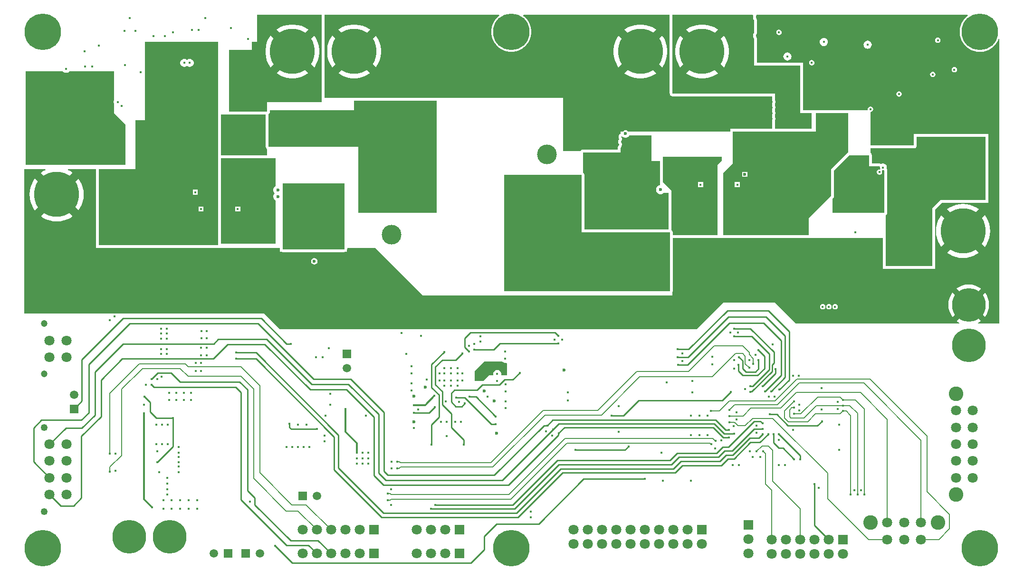
<source format=gbl>
G04*
G04 #@! TF.GenerationSoftware,Altium Limited,Altium Designer,24.10.1 (45)*
G04*
G04 Layer_Physical_Order=6*
G04 Layer_Color=16711680*
%FSLAX25Y25*%
%MOIN*%
G70*
G04*
G04 #@! TF.SameCoordinates,8297811D-FD7C-4D97-94B9-FAC798D6AB2D*
G04*
G04*
G04 #@! TF.FilePolarity,Positive*
G04*
G01*
G75*
%ADD11C,0.01181*%
%ADD12C,0.00984*%
%ADD15C,0.01000*%
%ADD127C,0.00800*%
%ADD128C,0.00800*%
%ADD130C,0.07087*%
%ADD131R,0.07087X0.07087*%
%ADD132R,0.05906X0.05906*%
%ADD133C,0.05906*%
%ADD134R,0.05906X0.05906*%
%ADD135C,0.31496*%
%ADD136C,0.23622*%
%ADD137C,0.04921*%
%ADD138C,0.04724*%
G04:AMPARAMS|DCode=139|XSize=413.39mil|YSize=204.72mil|CornerRadius=5.12mil|HoleSize=0mil|Usage=FLASHONLY|Rotation=270.000|XOffset=0mil|YOffset=0mil|HoleType=Round|Shape=RoundedRectangle|*
%AMROUNDEDRECTD139*
21,1,0.41339,0.19449,0,0,270.0*
21,1,0.40315,0.20472,0,0,270.0*
1,1,0.01024,-0.09724,-0.20157*
1,1,0.01024,-0.09724,0.20157*
1,1,0.01024,0.09724,0.20157*
1,1,0.01024,0.09724,-0.20157*
%
%ADD139ROUNDEDRECTD139*%
%ADD140C,0.13780*%
%ADD141C,0.10236*%
%ADD142R,0.07087X0.07087*%
%ADD143C,0.25591*%
%ADD144C,0.01772*%
%ADD145C,0.02362*%
G36*
X455670Y334646D02*
X455709Y334452D01*
Y333661D01*
X455967D01*
X456258Y333226D01*
X456909Y332791D01*
X457677Y332639D01*
X527521D01*
Y330016D01*
X527546Y329886D01*
X527538Y329754D01*
X527622Y329505D01*
X527673Y329248D01*
X527733Y329158D01*
X527815Y328852D01*
Y328629D01*
X527733Y328323D01*
X527673Y328233D01*
X527622Y327975D01*
X527538Y327727D01*
X527546Y327594D01*
X527521Y327465D01*
Y326079D01*
X527546Y325949D01*
X527538Y325817D01*
X527622Y325568D01*
X527673Y325311D01*
X527733Y325221D01*
X527815Y324915D01*
Y324692D01*
X527733Y324386D01*
X527673Y324296D01*
X527622Y324038D01*
X527538Y323790D01*
X527546Y323657D01*
X527521Y323528D01*
Y322142D01*
X527546Y322012D01*
X527538Y321880D01*
X527622Y321631D01*
X527673Y321374D01*
X527733Y321284D01*
X527815Y320978D01*
Y320755D01*
X527733Y320449D01*
X527673Y320358D01*
X527622Y320101D01*
X527538Y319852D01*
X527546Y319720D01*
X527521Y319590D01*
Y318205D01*
X527546Y318075D01*
X527538Y317943D01*
X527622Y317694D01*
X527673Y317437D01*
X527733Y317347D01*
X527815Y317041D01*
Y316818D01*
X527733Y316512D01*
X527673Y316422D01*
X527622Y316164D01*
X527538Y315915D01*
X527546Y315783D01*
X527521Y315653D01*
Y310078D01*
X500000D01*
X499806Y310039D01*
X498032D01*
Y308265D01*
X497993Y308071D01*
X426313D01*
X425842Y308542D01*
X425040Y308874D01*
X424172D01*
X423371Y308542D01*
X422900Y308071D01*
X421260D01*
Y306368D01*
X421200Y306345D01*
X420999Y306310D01*
X420837Y306208D01*
X420658Y306141D01*
X420509Y306001D01*
X420337Y305892D01*
X420227Y305736D01*
X420087Y305605D01*
X420003Y305419D01*
X419885Y305252D01*
X419841Y305152D01*
X419806Y304998D01*
X419736Y304856D01*
X419720Y304619D01*
X419668Y304388D01*
X419695Y304232D01*
X419685Y304075D01*
X419761Y303850D01*
X419801Y303616D01*
X419886Y303483D01*
X419937Y303333D01*
X420081Y303083D01*
X420139Y302868D01*
Y302644D01*
X420081Y302429D01*
X419969Y302236D01*
X419940Y302207D01*
X419505Y301555D01*
X419352Y300787D01*
X419505Y300019D01*
X419940Y299368D01*
X419969Y299339D01*
X420081Y299146D01*
X420139Y298931D01*
Y298707D01*
X420081Y298492D01*
X419969Y298299D01*
X419841Y298170D01*
X419406Y297519D01*
X419253Y296751D01*
Y295314D01*
X394685D01*
X393917Y295161D01*
X393266Y294726D01*
X392975Y294291D01*
X380906D01*
Y331693D01*
X292517D01*
X292323Y331732D01*
X234252D01*
X234058Y331693D01*
X213621D01*
Y389764D01*
X335957D01*
X336111Y389288D01*
X335306Y388703D01*
X333737Y387135D01*
X332434Y385340D01*
X331426Y383363D01*
X330741Y381253D01*
X330394Y379062D01*
Y376844D01*
X330741Y374652D01*
X331426Y372542D01*
X332434Y370566D01*
X333737Y368771D01*
X335306Y367202D01*
X337101Y365898D01*
X339078Y364891D01*
X341188Y364205D01*
X343379Y363858D01*
X345597D01*
X347789Y364205D01*
X349899Y364891D01*
X351875Y365898D01*
X353670Y367202D01*
X355239Y368771D01*
X356543Y370566D01*
X357550Y372542D01*
X358236Y374652D01*
X358583Y376844D01*
Y379062D01*
X358236Y381253D01*
X357550Y383363D01*
X356543Y385340D01*
X355239Y387135D01*
X353670Y388703D01*
X352865Y389288D01*
X353020Y389764D01*
X455670D01*
Y334646D01*
D02*
G37*
G36*
X65945Y330016D02*
X65844Y329842D01*
X65650Y329116D01*
Y328364D01*
X65844Y327638D01*
X65945Y327464D01*
Y320866D01*
X73819Y312992D01*
Y284449D01*
X3937D01*
Y350394D01*
X29897D01*
X29999Y350216D01*
X30531Y349685D01*
X31182Y349309D01*
X31908Y349114D01*
X32659D01*
X33385Y349309D01*
X34036Y349685D01*
X34567Y350216D01*
X34670Y350394D01*
X65945D01*
Y330016D01*
D02*
G37*
G36*
X211614Y328740D02*
X173228D01*
Y321850D01*
X146653D01*
Y365158D01*
X162402D01*
Y371063D01*
X166339D01*
Y389764D01*
X211614D01*
Y328740D01*
D02*
G37*
G36*
X514274Y389360D02*
X514262Y389264D01*
X514075Y388565D01*
Y387813D01*
X514269Y387087D01*
X514645Y386436D01*
X514764Y386318D01*
Y377068D01*
X514645Y376950D01*
X514269Y376299D01*
X514075Y375573D01*
Y374821D01*
X514269Y374095D01*
X514645Y373444D01*
X514764Y373326D01*
Y354331D01*
X547244D01*
Y320866D01*
X555118D01*
Y310078D01*
X529528D01*
Y315653D01*
X529628Y315827D01*
X529822Y316553D01*
Y317305D01*
X529628Y318031D01*
X529528Y318205D01*
Y319590D01*
X529628Y319764D01*
X529822Y320490D01*
Y321242D01*
X529628Y321968D01*
X529528Y322142D01*
Y323528D01*
X529628Y323701D01*
X529822Y324427D01*
Y325179D01*
X529628Y325905D01*
X529528Y326079D01*
Y327465D01*
X529628Y327638D01*
X529822Y328364D01*
Y329116D01*
X529628Y329842D01*
X529528Y330016D01*
Y334646D01*
X457677D01*
Y389764D01*
X513993D01*
X514274Y389360D01*
D02*
G37*
G36*
X442913Y287402D02*
X448780D01*
Y272638D01*
X448819Y272444D01*
Y270364D01*
X448798D01*
X447997Y270149D01*
X447279Y269735D01*
X447229Y269685D01*
X446850D01*
Y269307D01*
X446692Y269148D01*
X446278Y268430D01*
X446063Y267629D01*
Y266800D01*
X446278Y265999D01*
X446692Y265281D01*
X446850Y265123D01*
Y264764D01*
X447209D01*
X447279Y264694D01*
X447997Y264280D01*
X448798Y264065D01*
X449627D01*
X450428Y264280D01*
X451147Y264694D01*
X451216Y264764D01*
X454686D01*
Y261811D01*
Y239212D01*
X395708D01*
Y277559D01*
X395555Y278327D01*
X395120Y278978D01*
X394685Y279269D01*
Y293307D01*
X421260D01*
Y296751D01*
X421575Y297066D01*
X421951Y297717D01*
X422146Y298443D01*
Y299195D01*
X421951Y299921D01*
X421575Y300571D01*
X421359Y300787D01*
X421575Y301003D01*
X421951Y301654D01*
X422146Y302380D01*
Y303132D01*
X421951Y303858D01*
X421675Y304337D01*
X421719Y304437D01*
X422310Y304535D01*
X422672Y304173D01*
X423391Y303758D01*
X424192Y303543D01*
X425021D01*
X425822Y303758D01*
X426540Y304173D01*
X427127Y304759D01*
X427334Y305118D01*
X442913D01*
Y287402D01*
D02*
G37*
G36*
X146653Y319843D02*
X172205D01*
Y297244D01*
X172358Y296476D01*
X172793Y295825D01*
X173228Y295534D01*
Y291377D01*
X140787D01*
Y319882D01*
X146460D01*
X146653Y319843D01*
D02*
G37*
G36*
X595472Y283465D02*
X602957Y283465D01*
X603232Y283052D01*
Y282302D01*
X603427Y281832D01*
X603276Y281618D01*
X603062Y281413D01*
X602381D01*
X601688Y281126D01*
X601157Y280596D01*
X600870Y279903D01*
Y279152D01*
X601157Y278459D01*
X601688Y277929D01*
X602381Y277642D01*
X603131D01*
X603824Y277929D01*
X604355Y278459D01*
X604642Y279152D01*
Y279903D01*
X604447Y280373D01*
X604598Y280587D01*
X604812Y280791D01*
X605493D01*
X605799Y280918D01*
X606299Y280584D01*
Y250984D01*
X569882D01*
Y260941D01*
X570317Y261376D01*
X570752Y262027D01*
X570905Y262795D01*
Y280665D01*
X581579Y291339D01*
X595472Y291339D01*
Y283465D01*
D02*
G37*
G36*
X292323Y250984D02*
X237205D01*
Y297244D01*
X174213D01*
Y320141D01*
X174648Y320431D01*
X175083Y321082D01*
X175235Y321850D01*
Y322835D01*
X234252D01*
Y329724D01*
X292323D01*
Y250984D01*
D02*
G37*
G36*
X580709Y293307D02*
X568898Y281496D01*
Y262795D01*
X553150Y247047D01*
Y235236D01*
X493110D01*
Y278543D01*
X500000Y285433D01*
Y308071D01*
X558071D01*
Y320866D01*
X580709D01*
Y293307D01*
D02*
G37*
G36*
X492126Y287402D02*
X489173Y284449D01*
Y235236D01*
X457716D01*
Y237205D01*
X457563Y237973D01*
X457128Y238624D01*
X456693Y238915D01*
Y261811D01*
Y266732D01*
X450787Y272638D01*
Y290354D01*
X492126D01*
Y287402D01*
D02*
G37*
G36*
X179134Y269657D02*
X178775Y269449D01*
X178188Y268863D01*
X177774Y268145D01*
X177559Y267344D01*
Y266514D01*
X177774Y265713D01*
X178188Y264995D01*
X178562Y264621D01*
X178188Y264247D01*
X177774Y263529D01*
X177559Y262728D01*
Y261898D01*
X177774Y261097D01*
X178188Y260379D01*
X178775Y259793D01*
X179134Y259585D01*
Y241142D01*
Y229331D01*
X140787D01*
Y289370D01*
X179134D01*
Y269657D01*
D02*
G37*
G36*
X138779Y347441D02*
Y228346D01*
X55118D01*
Y281496D01*
X80709D01*
Y315945D01*
X87598D01*
Y371063D01*
X138779D01*
Y347441D01*
D02*
G37*
G36*
X227362Y225394D02*
X184055D01*
Y271654D01*
X227362D01*
Y225394D01*
D02*
G37*
G36*
X677127Y282076D02*
X677140Y282011D01*
X677131Y281945D01*
X677161Y281496D01*
X677131Y281048D01*
X677140Y280981D01*
X677127Y280916D01*
Y259881D01*
X646654D01*
X646460Y259842D01*
X645669D01*
X639764Y253937D01*
Y253147D01*
X639725Y252953D01*
Y213621D01*
X607322D01*
Y233268D01*
X607283Y233462D01*
Y249274D01*
X607718Y249565D01*
X608153Y250216D01*
X608306Y250984D01*
Y280584D01*
X608268Y280778D01*
Y280976D01*
X608192Y281158D01*
X608153Y281352D01*
X608044Y281517D01*
X607968Y281699D01*
X607844Y281823D01*
X607972Y282301D01*
Y283053D01*
X607778Y283779D01*
X607402Y284430D01*
X606871Y284961D01*
X606220Y285337D01*
X605494Y285531D01*
X604742D01*
X604016Y285337D01*
X603845Y285238D01*
X603725Y285319D01*
X603531Y285357D01*
X603348Y285433D01*
X603151D01*
X602957Y285472D01*
X597479Y285472D01*
Y291339D01*
X597327Y292107D01*
X596892Y292758D01*
X596457Y293048D01*
Y296221D01*
X626968D01*
X627737Y296374D01*
X628388Y296809D01*
X628823Y297460D01*
X628976Y298228D01*
Y304095D01*
X677127Y304095D01*
Y282076D01*
D02*
G37*
G36*
X664770Y389264D02*
X663231Y387950D01*
X661790Y386263D01*
X660631Y384371D01*
X659782Y382322D01*
X659264Y380164D01*
X659090Y377953D01*
X659264Y375741D01*
X659782Y373584D01*
X660631Y371534D01*
X661790Y369643D01*
X663231Y367956D01*
X664918Y366515D01*
X666810Y365356D01*
X668859Y364507D01*
X671017Y363989D01*
X673228Y363815D01*
X675440Y363989D01*
X677597Y364507D01*
X679647Y365356D01*
X681538Y366515D01*
X683225Y367956D01*
X684666Y369643D01*
X685825Y371534D01*
X686508Y373182D01*
X687008Y373082D01*
Y173228D01*
X671831D01*
X671734Y173719D01*
X671809Y173750D01*
X673711Y174916D01*
X673906Y175082D01*
X665354Y183633D01*
X656803Y175082D01*
X656998Y174916D01*
X658900Y173750D01*
X658975Y173719D01*
X658878Y173228D01*
X544291D01*
X529528Y187992D01*
X493110Y187992D01*
X474409Y169291D01*
X182087D01*
X171260Y180118D01*
X66885Y180118D01*
X66878Y180123D01*
X66142Y180269D01*
X65406Y180123D01*
X65399Y180118D01*
X2953Y180118D01*
Y281496D01*
X17659D01*
X17775Y280996D01*
X16122Y280181D01*
X14469Y279077D01*
X25591Y267955D01*
X36712Y279077D01*
X35060Y280181D01*
X33406Y280996D01*
X33522Y281496D01*
X53111D01*
Y228346D01*
X53150Y228153D01*
Y226378D01*
X54924D01*
X55118Y226339D01*
X138779D01*
X138973Y226378D01*
X182048D01*
Y225394D01*
X182087Y225200D01*
Y223425D01*
X183861D01*
X184055Y223387D01*
X227362D01*
X227556Y223425D01*
X229331D01*
Y225200D01*
X229369Y225394D01*
Y226378D01*
X249016D01*
X282480Y192913D01*
X457677D01*
Y195672D01*
X457716Y195866D01*
Y233229D01*
X489173D01*
X489367Y233268D01*
X492916D01*
X493110Y233229D01*
X553150D01*
X553343Y233268D01*
X605315D01*
Y211614D01*
X641732D01*
Y252953D01*
X646654Y257874D01*
X679134D01*
Y280916D01*
X679172Y281496D01*
X679134Y282076D01*
Y306102D01*
X626968Y306102D01*
Y298228D01*
X596457D01*
Y321699D01*
X597192Y321846D01*
X597816Y322262D01*
X598233Y322886D01*
X598380Y323622D01*
X598233Y324358D01*
X597816Y324982D01*
X597192Y325398D01*
X596457Y325545D01*
X595721Y325398D01*
X595097Y324982D01*
X594680Y324358D01*
X594534Y323622D01*
X594591Y323335D01*
X594181Y322835D01*
X580902D01*
X580709Y322873D01*
X558071D01*
X557877Y322835D01*
X555312D01*
X555118Y322873D01*
X549251D01*
Y354331D01*
X549213Y354525D01*
Y356299D01*
X547438D01*
X547244Y356338D01*
X516771D01*
Y373326D01*
X516618Y374094D01*
X516385Y374442D01*
X516383Y374448D01*
X516140Y374870D01*
X516082Y375085D01*
Y375308D01*
X516140Y375524D01*
X516383Y375946D01*
X516385Y375952D01*
X516618Y376300D01*
X516771Y377068D01*
Y386318D01*
X516618Y387086D01*
X516385Y387434D01*
X516383Y387440D01*
X516140Y387862D01*
X516082Y388077D01*
Y388300D01*
X516201Y388744D01*
X516210Y388885D01*
X516254Y389019D01*
X516266Y389115D01*
X516255Y389264D01*
X516527Y389679D01*
X516678Y389764D01*
X664585D01*
X664770Y389264D01*
D02*
G37*
G36*
X393701Y237205D02*
X455709D01*
Y195866D01*
X339567D01*
Y277559D01*
X393701D01*
Y237205D01*
D02*
G37*
G36*
X338405Y146141D02*
X339056Y145765D01*
X339782Y145571D01*
X340533D01*
X341035Y145705D01*
X341535Y145395D01*
Y136811D01*
X337748D01*
X337443Y137208D01*
X337500Y137419D01*
Y138171D01*
X337305Y138897D01*
X336930Y139548D01*
X336398Y140079D01*
X335747Y140455D01*
X335021Y140650D01*
X334270D01*
X333544Y140455D01*
X332893Y140079D01*
X332362Y139548D01*
X331986Y138897D01*
X331791Y138171D01*
Y137419D01*
X331848Y137208D01*
X331544Y136811D01*
X328740D01*
X324803Y132874D01*
X318898D01*
Y139764D01*
X325787Y146653D01*
X337893D01*
X338405Y146141D01*
D02*
G37*
%LPC*%
G36*
X235491Y383071D02*
X233013D01*
X230557Y382748D01*
X228165Y382106D01*
X225876Y381158D01*
X223730Y379920D01*
X223137Y379464D01*
X234252Y368349D01*
X245367Y379464D01*
X244774Y379920D01*
X242628Y381158D01*
X240339Y382106D01*
X237947Y382748D01*
X235491Y383071D01*
D02*
G37*
G36*
X436278Y383032D02*
X433801D01*
X431345Y382708D01*
X428952Y382067D01*
X426663Y381119D01*
X424518Y379880D01*
X423924Y379425D01*
X435039Y368310D01*
X446154Y379425D01*
X445561Y379880D01*
X443415Y381119D01*
X441127Y382067D01*
X438734Y382708D01*
X436278Y383032D01*
D02*
G37*
G36*
X249543Y375288D02*
X238428Y364173D01*
X249543Y353058D01*
X249998Y353652D01*
X251237Y355797D01*
X252185Y358086D01*
X252826Y360479D01*
X253150Y362935D01*
Y365412D01*
X252826Y367868D01*
X252185Y370261D01*
X251237Y372549D01*
X249998Y374695D01*
X249543Y375288D01*
D02*
G37*
G36*
X218961D02*
X218506Y374695D01*
X217267Y372549D01*
X216319Y370261D01*
X215678Y367868D01*
X215354Y365412D01*
Y362935D01*
X215678Y360479D01*
X216319Y358086D01*
X217267Y355797D01*
X218506Y353652D01*
X218961Y353058D01*
X230076Y364173D01*
X218961Y375288D01*
D02*
G37*
G36*
X419748Y375249D02*
X419293Y374655D01*
X418054Y372510D01*
X417106Y370221D01*
X416465Y367828D01*
X416142Y365372D01*
Y362895D01*
X416465Y360439D01*
X417106Y358046D01*
X418054Y355758D01*
X419293Y353612D01*
X419748Y353019D01*
X430864Y364134D01*
X419748Y375249D01*
D02*
G37*
G36*
X450330Y375249D02*
X439215Y364134D01*
X450330Y353019D01*
X450786Y353612D01*
X452025Y355758D01*
X452973Y358046D01*
X453614Y360439D01*
X453937Y362895D01*
Y365372D01*
X453614Y367828D01*
X452973Y370221D01*
X452025Y372510D01*
X450786Y374655D01*
X450330Y375249D01*
D02*
G37*
G36*
X234252Y359997D02*
X223137Y348882D01*
X223730Y348427D01*
X225876Y347188D01*
X228165Y346240D01*
X230557Y345599D01*
X233013Y345276D01*
X235491D01*
X237947Y345599D01*
X240339Y346240D01*
X242628Y347188D01*
X244774Y348427D01*
X245367Y348882D01*
X234252Y359997D01*
D02*
G37*
G36*
X435039Y359958D02*
X423924Y348843D01*
X424518Y348387D01*
X426663Y347149D01*
X428952Y346201D01*
X431345Y345560D01*
X433801Y345236D01*
X436278D01*
X438734Y345560D01*
X441127Y346201D01*
X443415Y347149D01*
X445561Y348387D01*
X446154Y348843D01*
X435039Y359958D01*
D02*
G37*
G36*
X192183Y383071D02*
X189706D01*
X187250Y382748D01*
X184857Y382106D01*
X182569Y381158D01*
X180423Y379920D01*
X179830Y379464D01*
X190945Y368349D01*
X202060Y379464D01*
X201466Y379920D01*
X199321Y381158D01*
X197032Y382106D01*
X194640Y382748D01*
X192183Y383071D01*
D02*
G37*
G36*
X206236Y375288D02*
X195121Y364173D01*
X206236Y353058D01*
X206691Y353652D01*
X207930Y355797D01*
X208878Y358086D01*
X209519Y360479D01*
X209842Y362935D01*
Y365412D01*
X209519Y367868D01*
X208878Y370261D01*
X207930Y372549D01*
X206691Y374695D01*
X206236Y375288D01*
D02*
G37*
G36*
X175654D02*
X175198Y374695D01*
X173960Y372549D01*
X173012Y370261D01*
X172371Y367868D01*
X172047Y365412D01*
Y362935D01*
X172371Y360479D01*
X173012Y358086D01*
X173960Y355797D01*
X175198Y353652D01*
X175654Y353058D01*
X186769Y364173D01*
X175654Y375288D01*
D02*
G37*
G36*
X190945Y359997D02*
X179830Y348882D01*
X180423Y348427D01*
X182569Y347188D01*
X184857Y346240D01*
X187250Y345599D01*
X189706Y345276D01*
X192183D01*
X194640Y345599D01*
X197032Y346240D01*
X199321Y347188D01*
X201466Y348427D01*
X202060Y348882D01*
X190945Y359997D01*
D02*
G37*
G36*
X479585Y383032D02*
X477108D01*
X474652Y382708D01*
X472259Y382067D01*
X469970Y381119D01*
X467825Y379880D01*
X467231Y379425D01*
X478346Y368310D01*
X489462Y379425D01*
X488868Y379880D01*
X486723Y381119D01*
X484434Y382067D01*
X482041Y382708D01*
X479585Y383032D01*
D02*
G37*
G36*
X493638Y375249D02*
X482522Y364134D01*
X493637Y353019D01*
X494093Y353612D01*
X495332Y355758D01*
X496280Y358046D01*
X496921Y360439D01*
X497244Y362895D01*
Y365372D01*
X496921Y367828D01*
X496280Y370221D01*
X495332Y372510D01*
X494093Y374655D01*
X493638Y375249D01*
D02*
G37*
G36*
X463056Y375249D02*
X462600Y374655D01*
X461361Y372510D01*
X460413Y370221D01*
X459772Y367828D01*
X459449Y365372D01*
Y362895D01*
X459772Y360439D01*
X460413Y358046D01*
X461361Y355758D01*
X462600Y353612D01*
X463056Y353019D01*
X474171Y364134D01*
X463056Y375249D01*
D02*
G37*
G36*
X478346Y359958D02*
X467231Y348843D01*
X467825Y348387D01*
X469970Y347149D01*
X472259Y346201D01*
X474652Y345560D01*
X477108Y345236D01*
X479585D01*
X482041Y345560D01*
X484434Y346201D01*
X486723Y347149D01*
X488868Y348387D01*
X489462Y348843D01*
X478346Y359958D01*
D02*
G37*
G36*
X510039Y279724D02*
X506496D01*
Y276181D01*
X510039D01*
Y279724D01*
D02*
G37*
G36*
X504823Y272441D02*
X501279D01*
Y268898D01*
X504823D01*
Y272441D01*
D02*
G37*
G36*
X479036D02*
X475492D01*
Y268898D01*
X479036D01*
Y272441D01*
D02*
G37*
G36*
X154429Y255315D02*
X150886D01*
Y251772D01*
X154429D01*
Y255315D01*
D02*
G37*
G36*
X115533Y358957D02*
X114782D01*
X114056Y358762D01*
X113405Y358386D01*
X112873Y357855D01*
X112498Y357204D01*
X112303Y356478D01*
Y355727D01*
X112498Y355001D01*
X112873Y354350D01*
X113405Y353818D01*
X114056Y353443D01*
X114782Y353248D01*
X115533D01*
X116259Y353443D01*
X116910Y353818D01*
X117028Y353936D01*
X117145Y353818D01*
X117796Y353443D01*
X118522Y353248D01*
X119273D01*
X119999Y353443D01*
X120650Y353818D01*
X121182Y354350D01*
X121557Y355001D01*
X121752Y355727D01*
Y356478D01*
X121557Y357204D01*
X121182Y357855D01*
X120650Y358386D01*
X119999Y358762D01*
X119273Y358957D01*
X118522D01*
X117796Y358762D01*
X117145Y358386D01*
X117028Y358269D01*
X116910Y358386D01*
X116259Y358762D01*
X115533Y358957D01*
D02*
G37*
G36*
X124606Y267126D02*
X121063D01*
Y263583D01*
X124606D01*
Y267126D01*
D02*
G37*
G36*
X128642Y255315D02*
X125098D01*
Y251772D01*
X128642D01*
Y255315D01*
D02*
G37*
G36*
X532283Y379482D02*
X531548Y379335D01*
X530924Y378919D01*
X530507Y378295D01*
X530361Y377559D01*
X530507Y376823D01*
X530924Y376200D01*
X531548Y375783D01*
X532283Y375636D01*
X533019Y375783D01*
X533643Y376200D01*
X534060Y376823D01*
X534206Y377559D01*
X534060Y378295D01*
X533643Y378919D01*
X533019Y379335D01*
X532283Y379482D01*
D02*
G37*
G36*
X643701Y373970D02*
X642965Y373824D01*
X642341Y373407D01*
X641924Y372783D01*
X641778Y372047D01*
X641924Y371311D01*
X642341Y370688D01*
X642965Y370271D01*
X643701Y370125D01*
X644437Y370271D01*
X645060Y370688D01*
X645477Y371311D01*
X645624Y372047D01*
X645477Y372783D01*
X645060Y373407D01*
X644437Y373824D01*
X643701Y373970D01*
D02*
G37*
G36*
X563779Y373745D02*
X563034Y373647D01*
X562340Y373359D01*
X561744Y372902D01*
X561286Y372306D01*
X560999Y371611D01*
X560901Y370866D01*
X560999Y370121D01*
X561286Y369427D01*
X561744Y368830D01*
X562340Y368373D01*
X563034Y368085D01*
X563779Y367987D01*
X564525Y368085D01*
X565219Y368373D01*
X565815Y368830D01*
X566273Y369427D01*
X566560Y370121D01*
X566658Y370866D01*
X566560Y371611D01*
X566273Y372306D01*
X565815Y372902D01*
X565219Y373359D01*
X564525Y373647D01*
X563779Y373745D01*
D02*
G37*
G36*
X594488Y371777D02*
X593743Y371678D01*
X593049Y371391D01*
X592452Y370933D01*
X591995Y370337D01*
X591707Y369643D01*
X591609Y368898D01*
X591707Y368152D01*
X591995Y367458D01*
X592452Y366862D01*
X593049Y366404D01*
X593743Y366117D01*
X594488Y366019D01*
X595233Y366117D01*
X595928Y366404D01*
X596524Y366862D01*
X596981Y367458D01*
X597269Y368152D01*
X597367Y368898D01*
X597269Y369643D01*
X596981Y370337D01*
X596524Y370933D01*
X595928Y371391D01*
X595233Y371678D01*
X594488Y371777D01*
D02*
G37*
G36*
X538189Y363509D02*
X537444Y363411D01*
X536750Y363123D01*
X536153Y362666D01*
X535696Y362069D01*
X535408Y361375D01*
X535310Y360630D01*
X535408Y359885D01*
X535696Y359190D01*
X536153Y358594D01*
X536750Y358137D01*
X537444Y357849D01*
X538189Y357751D01*
X538934Y357849D01*
X539629Y358137D01*
X540225Y358594D01*
X540682Y359190D01*
X540970Y359885D01*
X541068Y360630D01*
X540970Y361375D01*
X540682Y362069D01*
X540225Y362666D01*
X539629Y363123D01*
X538934Y363411D01*
X538189Y363509D01*
D02*
G37*
G36*
X555283Y358190D02*
X554547Y358043D01*
X553923Y357626D01*
X553506Y357003D01*
X553360Y356267D01*
X553506Y355531D01*
X553923Y354907D01*
X554547Y354490D01*
X555283Y354344D01*
X556018Y354490D01*
X556642Y354907D01*
X557059Y355531D01*
X557205Y356267D01*
X557059Y357003D01*
X556642Y357626D01*
X556018Y358043D01*
X555283Y358190D01*
D02*
G37*
G36*
X655315Y353301D02*
X654579Y353154D01*
X653955Y352738D01*
X653539Y352114D01*
X653392Y351378D01*
X653539Y350642D01*
X653955Y350018D01*
X654579Y349602D01*
X655315Y349455D01*
X656051Y349602D01*
X656675Y350018D01*
X657091Y350642D01*
X657238Y351378D01*
X657091Y352114D01*
X656675Y352738D01*
X656051Y353154D01*
X655315Y353301D01*
D02*
G37*
G36*
X640158Y349954D02*
X639422Y349808D01*
X638798Y349391D01*
X638381Y348767D01*
X638235Y348031D01*
X638381Y347296D01*
X638798Y346672D01*
X639422Y346255D01*
X640158Y346109D01*
X640893Y346255D01*
X641517Y346672D01*
X641934Y347296D01*
X642080Y348031D01*
X641934Y348767D01*
X641517Y349391D01*
X640893Y349808D01*
X640158Y349954D01*
D02*
G37*
G36*
X616535Y336175D02*
X615800Y336028D01*
X615176Y335612D01*
X614759Y334988D01*
X614613Y334252D01*
X614759Y333516D01*
X615176Y332892D01*
X615800Y332476D01*
X616535Y332329D01*
X617271Y332476D01*
X617895Y332892D01*
X618312Y333516D01*
X618458Y334252D01*
X618312Y334988D01*
X617895Y335612D01*
X617271Y336028D01*
X616535Y336175D01*
D02*
G37*
G36*
X40888Y274901D02*
X29766Y263779D01*
X40888Y252658D01*
X41991Y254310D01*
X43087Y256532D01*
X43883Y258878D01*
X44367Y261308D01*
X44529Y263779D01*
X44367Y266251D01*
X43883Y268681D01*
X43087Y271027D01*
X41991Y273249D01*
X40888Y274901D01*
D02*
G37*
G36*
X10294D02*
X9190Y273249D01*
X8094Y271027D01*
X7298Y268681D01*
X6814Y266251D01*
X6652Y263779D01*
X6814Y261308D01*
X7298Y258878D01*
X8094Y256532D01*
X9190Y254310D01*
X10294Y252658D01*
X21415Y263779D01*
X10294Y274901D01*
D02*
G37*
G36*
X25591Y259604D02*
X14469Y248482D01*
X16122Y247379D01*
X18343Y246283D01*
X20689Y245487D01*
X23119Y245003D01*
X25591Y244841D01*
X28062Y245003D01*
X30492Y245487D01*
X32838Y246283D01*
X35060Y247379D01*
X36712Y248482D01*
X25591Y259604D01*
D02*
G37*
G36*
X661417Y257127D02*
X658945Y256965D01*
X656516Y256482D01*
X654170Y255686D01*
X651948Y254590D01*
X650296Y253486D01*
X661417Y242365D01*
X672539Y253486D01*
X670886Y254590D01*
X668665Y255686D01*
X666319Y256482D01*
X663889Y256965D01*
X661417Y257127D01*
D02*
G37*
G36*
X676714Y249310D02*
X665593Y238189D01*
X676714Y227068D01*
X677818Y228720D01*
X678914Y230942D01*
X679710Y233287D01*
X680194Y235717D01*
X680356Y238189D01*
X680194Y240661D01*
X679710Y243091D01*
X678914Y245436D01*
X677818Y247658D01*
X676714Y249310D01*
D02*
G37*
G36*
X646120Y249310D02*
X645016Y247658D01*
X643921Y245436D01*
X643124Y243091D01*
X642641Y240661D01*
X642479Y238189D01*
X642641Y235717D01*
X643124Y233287D01*
X643921Y230942D01*
X645016Y228720D01*
X646120Y227068D01*
X657241Y238189D01*
X646120Y249310D01*
D02*
G37*
G36*
X661417Y234013D02*
X650296Y222892D01*
X651948Y221788D01*
X654170Y220692D01*
X656516Y219896D01*
X658945Y219413D01*
X661417Y219251D01*
X663889Y219413D01*
X666319Y219896D01*
X668665Y220692D01*
X670886Y221788D01*
X672539Y222892D01*
X661417Y234013D01*
D02*
G37*
G36*
X206299Y219153D02*
X205448Y218984D01*
X204727Y218502D01*
X204245Y217780D01*
X204075Y216929D01*
X204245Y216078D01*
X204727Y215357D01*
X205448Y214875D01*
X206299Y214705D01*
X207150Y214875D01*
X207872Y215357D01*
X208354Y216078D01*
X208523Y216929D01*
X208354Y217780D01*
X207872Y218502D01*
X207150Y218984D01*
X206299Y219153D01*
D02*
G37*
G36*
X665354Y200634D02*
X663130Y200459D01*
X660961Y199938D01*
X658900Y199085D01*
X656998Y197919D01*
X656803Y197753D01*
X665354Y189201D01*
X673906Y197753D01*
X673711Y197919D01*
X671809Y199085D01*
X669748Y199938D01*
X667578Y200459D01*
X665354Y200634D01*
D02*
G37*
G36*
X571654Y186962D02*
X570918Y186816D01*
X570294Y186399D01*
X569877Y185775D01*
X569731Y185039D01*
X569877Y184304D01*
X570294Y183680D01*
X570918Y183263D01*
X571654Y183117D01*
X572389Y183263D01*
X573013Y183680D01*
X573430Y184304D01*
X573576Y185039D01*
X573430Y185775D01*
X573013Y186399D01*
X572389Y186816D01*
X571654Y186962D01*
D02*
G37*
G36*
X567323D02*
X566587Y186816D01*
X565963Y186399D01*
X565546Y185775D01*
X565400Y185039D01*
X565546Y184304D01*
X565963Y183680D01*
X566587Y183263D01*
X567323Y183117D01*
X568059Y183263D01*
X568682Y183680D01*
X569099Y184304D01*
X569246Y185039D01*
X569099Y185775D01*
X568682Y186399D01*
X568059Y186816D01*
X567323Y186962D01*
D02*
G37*
G36*
X562992D02*
X562256Y186816D01*
X561632Y186399D01*
X561216Y185775D01*
X561069Y185039D01*
X561216Y184304D01*
X561632Y183680D01*
X562256Y183263D01*
X562992Y183117D01*
X563728Y183263D01*
X564352Y183680D01*
X564769Y184304D01*
X564915Y185039D01*
X564769Y185775D01*
X564352Y186399D01*
X563728Y186816D01*
X562992Y186962D01*
D02*
G37*
G36*
X654019Y194969D02*
X653853Y194774D01*
X652687Y192872D01*
X651833Y190811D01*
X651312Y188641D01*
X651137Y186417D01*
X651312Y184193D01*
X651833Y182024D01*
X652687Y179963D01*
X653853Y178061D01*
X654019Y177866D01*
X662570Y186417D01*
X654019Y194969D01*
D02*
G37*
G36*
X676690Y194969D02*
X668138Y186417D01*
X676690Y177866D01*
X676856Y178061D01*
X678022Y179963D01*
X678876Y182024D01*
X679396Y184193D01*
X679571Y186417D01*
X679396Y188641D01*
X678876Y190811D01*
X678022Y192872D01*
X676856Y194774D01*
X676690Y194969D01*
D02*
G37*
%LPD*%
D11*
X284055Y115945D02*
X290551Y122441D01*
X276181Y115945D02*
X284055D01*
X87008Y49803D02*
Y110236D01*
Y49803D02*
X92520Y44291D01*
X228346Y97244D02*
X236221Y89370D01*
X228346Y97244D02*
Y113386D01*
X236221Y82677D02*
Y89370D01*
D12*
X557323Y31575D02*
X567165Y21732D01*
X52362Y139370D02*
X72047Y159055D01*
X345669Y46063D02*
X376772Y77165D01*
X291339Y46063D02*
X345669D01*
X376772Y77165D02*
X455861Y77165D01*
X346811Y43307D02*
X377913Y74409D01*
X254744Y40301D02*
X348056D01*
X379158Y71403D01*
X380359Y68504D02*
X459449Y68504D01*
X377913Y74409D02*
X457003Y74409D01*
X288189Y43307D02*
X346811D01*
X379158Y71403D02*
X458248Y71403D01*
X253543Y37402D02*
X349257D01*
X380359Y68504D01*
X342520Y59842D02*
X377594Y94917D01*
Y96098D01*
X254939Y59842D02*
X342520D01*
X377594Y96098D02*
X381890Y100394D01*
X256406Y63386D02*
X338189Y63386D01*
X373775Y98972D01*
X332677Y66929D02*
X367499Y101751D01*
X369861D01*
X257874Y66929D02*
X332677Y66929D01*
X373775Y98972D02*
X377809Y103006D01*
X311811Y156641D02*
Y162992D01*
X315748Y166929D02*
X375197D01*
X311811Y162992D02*
X315748Y166929D01*
X375197D02*
X377559Y164567D01*
X324213Y130315D02*
X336221D01*
X320472Y126575D02*
X324213Y130315D01*
X304528Y126575D02*
X320472D01*
X339764Y133858D02*
X345669D01*
X336221Y130315D02*
X339764Y133858D01*
X345669D02*
X350394Y138583D01*
X48031Y144488D02*
X76772Y173228D01*
X166929D02*
X205906Y134252D01*
X76772Y173228D02*
X166929D01*
X135827Y159055D02*
X138976Y162205D01*
X72047Y159055D02*
X135827D01*
X461236Y155118D02*
X468898D01*
X461290Y149606D02*
X468543D01*
X461443Y144095D02*
X468110D01*
X468543Y149606D02*
X496890Y177953D01*
X468110Y144095D02*
X497638Y173622D01*
X496063Y182283D02*
X524803D01*
X468898Y155118D02*
X496063Y182283D01*
X496890Y177953D02*
X523268D01*
X497638Y173622D02*
X521654D01*
X332022Y154857D02*
X336384Y159218D01*
X377559D01*
X318446Y154857D02*
X332022D01*
X165585Y148425D02*
X220329Y93681D01*
X151575Y148425D02*
X165585D01*
X151696Y152756D02*
X165354D01*
X223228Y94882D01*
X220329Y70616D02*
Y93681D01*
X223228Y71817D02*
Y94882D01*
Y71817D02*
X254744Y40301D01*
X220329Y70616D02*
X253543Y37402D01*
X524803Y182283D02*
X539370Y167717D01*
X521654Y173622D02*
X533858Y161417D01*
Y137008D02*
Y161417D01*
X539370Y133465D02*
Y167717D01*
X500787Y169685D02*
X512205D01*
X528740Y153150D01*
X500787Y164173D02*
X513262D01*
X525591Y151845D01*
X532677Y126772D02*
X539370Y133465D01*
X523268Y177953D02*
X536614Y164606D01*
X389370Y84646D02*
X424333D01*
X426772Y87084D01*
X522441Y125591D02*
X533858Y137008D01*
X526772Y125591D02*
X536614Y135433D01*
Y164606D01*
X528740Y145669D02*
Y153150D01*
X527362Y144291D02*
X528740Y145669D01*
X527362Y139567D02*
Y144291D01*
X513340Y125544D02*
X527362Y139567D01*
X525591Y140945D02*
Y151845D01*
X520866Y129134D02*
X529921Y138189D01*
Y141339D01*
X512205Y125394D02*
X512355Y125544D01*
X513340D01*
X512205Y129134D02*
X513779D01*
X525591Y140945D01*
X506693Y137008D02*
X517323D01*
X522047Y141732D01*
Y150394D01*
X517913Y154528D02*
X522047Y150394D01*
X231890Y134252D02*
X255118Y111024D01*
X230315Y130709D02*
X251575Y109449D01*
Y68217D02*
X256406Y63386D01*
X228740Y126772D02*
X248031Y107480D01*
X255118Y69685D02*
X257874Y66929D01*
X255118Y69685D02*
Y111024D01*
X248031Y66750D02*
X254939Y59842D01*
X251575Y68217D02*
Y109449D01*
X248031Y66750D02*
Y107480D01*
X205906Y134252D02*
X231890D01*
X204438Y130709D02*
X230315D01*
X172942Y162205D02*
X204438Y130709D01*
X203364Y126772D02*
X228740D01*
X171474Y158661D02*
X203364Y126772D01*
X288583Y88189D02*
Y102362D01*
X293701Y107480D01*
Y123228D01*
X288583Y128347D02*
X293701Y123228D01*
X288583Y128347D02*
Y144488D01*
X297351Y153256D01*
X311024Y88189D02*
Y91732D01*
X302362Y100394D02*
Y109843D01*
Y100394D02*
X311024Y91732D01*
X296063Y116142D02*
X302362Y109843D01*
X296063Y116142D02*
Y125591D01*
X291339Y130315D02*
X296063Y125591D01*
X291339Y130315D02*
Y142913D01*
X296063Y147638D01*
X305512D01*
X310236Y152362D01*
X286811Y110433D02*
X290945Y114567D01*
X276181Y110433D02*
X286811D01*
X455861Y77165D02*
X460979Y82284D01*
X457003Y74409D02*
X462121Y79527D01*
X458248Y71403D02*
X463366Y76521D01*
X459449Y68504D02*
X464567Y73622D01*
X169291Y176772D02*
X187008Y159055D01*
X189764D01*
X72047Y176772D02*
X169291D01*
X145669Y158661D02*
X171474D01*
X138976Y162205D02*
X172942D01*
X48031Y110630D02*
Y144488D01*
X42913Y94095D02*
X56693Y107874D01*
X43307Y100000D02*
X52362Y109055D01*
Y139370D01*
X56693Y107874D02*
Y133465D01*
X42913Y105512D02*
X48031Y110630D01*
X56693Y133465D02*
X71653Y148425D01*
X37736Y113189D02*
Y113189D01*
X40197Y115650D02*
X40197D01*
X43307Y118760D02*
Y148031D01*
X40197Y115650D02*
X43307Y118760D01*
X37736Y113189D02*
X40197Y115650D01*
X43307Y148031D02*
X72047Y176772D01*
X37402Y45276D02*
X42913Y50787D01*
X20669Y53150D02*
X28543Y45276D01*
X37402D01*
X42913Y50787D02*
Y94095D01*
X32087Y100000D02*
X43307D01*
X20669Y88583D02*
X32087Y100000D01*
X135433Y148425D02*
X145669Y158661D01*
X71653Y148425D02*
X135433D01*
X9449Y100000D02*
X14961Y105512D01*
X9449Y76181D02*
Y100000D01*
X14961Y105512D02*
X42913D01*
X9449Y76181D02*
X20669Y64961D01*
X369861Y101751D02*
X373622Y105512D01*
X487795Y105512D01*
X381890Y100394D02*
X486221Y100394D01*
X377809Y103006D02*
X486758Y103006D01*
X487795Y105512D02*
X494779Y98528D01*
X486758Y103006D02*
X493812Y95952D01*
X486221Y100394D02*
X493307Y93307D01*
X464567Y73622D02*
X491732D01*
X496457Y78347D01*
X500787D01*
X512205Y89764D01*
X557323Y31575D02*
Y60630D01*
X159449Y55905D02*
X164567Y50787D01*
Y46063D02*
X189764Y20866D01*
X164567Y46063D02*
Y50787D01*
X154995Y49730D02*
X187008Y17717D01*
X154995Y49730D02*
Y124927D01*
X159449Y55905D02*
Y126772D01*
X92126Y134252D02*
X96457Y138583D01*
X105905D01*
X112205Y132283D01*
X153937D02*
X159449Y126772D01*
X112205Y132283D02*
X153937D01*
X151181Y128740D02*
X154995Y124927D01*
X93701Y128740D02*
X151181D01*
X92126Y130315D02*
X93701Y128740D01*
X189764Y20866D02*
X208976D01*
X218032Y11811D01*
X187008Y17717D02*
X202126D01*
X208032Y11811D01*
X311811Y156641D02*
X314967Y153484D01*
X504331Y149606D02*
X506693Y147244D01*
X302362Y124409D02*
X304528Y126575D01*
X302362Y118110D02*
Y124409D01*
Y118110D02*
X305512Y114961D01*
X309842D01*
X312008Y117126D01*
X311780Y121290D02*
X330512Y102559D01*
X333661D01*
X305906Y121290D02*
X311780D01*
X319799Y121933D02*
X333661Y108071D01*
X315342Y121933D02*
X319799D01*
X91339Y111417D02*
Y117913D01*
X87205Y122047D02*
X91339Y117913D01*
Y111417D02*
X95669Y107087D01*
X107087D01*
X96063Y75984D02*
X107087Y87008D01*
Y107087D01*
X188976Y100394D02*
X190059Y99311D01*
X208169D01*
X188976Y100394D02*
Y102756D01*
X188976Y102756D02*
X188976Y102756D01*
X462121Y79527D02*
X489724D01*
X463366Y76521D02*
X490969D01*
X460979Y82284D02*
X488583D01*
X489724Y79527D02*
X494055Y83858D01*
X490969Y76521D02*
X495300Y80852D01*
X488583Y82284D02*
X492913Y86614D01*
X496850D01*
X514961Y104724D01*
X519309D01*
X520884Y103149D01*
X494055Y83858D02*
X499606D01*
X514945Y99197D01*
X517709D02*
X517921Y99409D01*
X514945Y99197D02*
X517709D01*
X517921Y99409D02*
X520867D01*
X528543Y89567D02*
X532283Y85827D01*
X535039D01*
X542913Y77953D01*
X532283Y95669D02*
X547244Y80709D01*
Y77953D02*
Y80709D01*
X528543Y89567D02*
Y95669D01*
X494779Y98528D02*
X497104D01*
X497142Y98490D01*
X493307Y93307D02*
X497244D01*
X493812Y95952D02*
X500873D01*
X495300Y80852D02*
X499750D01*
X512205Y89764D02*
X518791D01*
X524697Y95669D01*
X499750Y80852D02*
X511811Y92913D01*
X518094D01*
X520850Y95669D01*
X525984Y109449D02*
X530709D01*
X538583Y101575D02*
X559252D01*
X530709Y109449D02*
X538583Y101575D01*
X503921Y144110D02*
X503937Y144095D01*
X517913Y141535D02*
Y147638D01*
X515748Y139370D02*
X517913Y141535D01*
X509055Y139370D02*
X515748D01*
X506693Y141732D02*
X509055Y139370D01*
X506693Y141732D02*
Y147244D01*
X503937Y139764D02*
X506693Y137008D01*
X503937Y139764D02*
Y144095D01*
X559252Y101575D02*
X562402Y104724D01*
D15*
X363779Y32677D02*
X395276Y64173D01*
X334252Y32677D02*
X363779D01*
X395276Y64173D02*
X438189D01*
X325590Y24016D02*
X334252Y32677D01*
X325590Y14567D02*
Y24016D01*
X316142Y5118D02*
X325590Y14567D01*
X190945Y5118D02*
X316142D01*
X178740Y17323D02*
X190945Y5118D01*
X414961Y108661D02*
X423228D01*
X433858Y119291D01*
X492520D01*
X498425Y125197D01*
D127*
X522835Y60630D02*
Y81890D01*
X527165Y21732D02*
Y56299D01*
X522835Y60630D02*
X527165Y56299D01*
X547165Y21732D02*
Y43386D01*
X527867Y62684D02*
X547165Y43386D01*
X527867Y62684D02*
Y84338D01*
X485433Y135827D02*
X501968Y152362D01*
X506693D02*
X508661Y150394D01*
X501968Y152362D02*
X506693D01*
X434646Y135827D02*
X485433D01*
X432359Y139446D02*
X468973D01*
X487008Y157480D02*
X506693D01*
X468973Y139446D02*
X487008Y157480D01*
X266775Y72441D02*
X331496D01*
X330191Y75590D02*
X366806Y112205D01*
X266775Y75590D02*
X330191D01*
X366806Y112205D02*
X405118D01*
X368110Y109055D02*
X407874D01*
X331496Y72441D02*
X368110Y109055D01*
X407874D02*
X434646Y135827D01*
X405118Y112205D02*
X432359Y139446D01*
X511417Y151485D02*
Y152756D01*
X506693Y157480D02*
X511417Y152756D01*
X508661Y144882D02*
Y150394D01*
X511417Y151485D02*
X514173Y148729D01*
X527953Y106693D02*
X566535Y68110D01*
Y50394D02*
Y68110D01*
Y50394D02*
X595276Y21654D01*
X631890Y33465D02*
Y91339D01*
X546457Y131496D02*
X591732D01*
X544488Y124803D02*
X589370D01*
X544882Y134252D02*
X596063D01*
X608268Y33465D02*
Y105905D01*
X636221Y55118D02*
Y94095D01*
X596063Y134252D02*
X636221Y94095D01*
X591732Y131496D02*
X631890Y91339D01*
X589370Y124803D02*
X608268Y105905D01*
X631890Y21654D02*
X644488D01*
X651968Y29134D01*
Y39370D01*
X636221Y55118D02*
X651968Y39370D01*
X529528Y118898D02*
X544882Y134252D01*
X497638Y118898D02*
X529528D01*
X490535Y111795D02*
X497638Y118898D01*
X531102Y116142D02*
X546457Y131496D01*
X501181Y116142D02*
X531102D01*
X497638Y112598D02*
X501181Y116142D01*
X512598Y113779D02*
X533465D01*
X544488Y124803D01*
X484646Y111795D02*
X490535D01*
X507102Y108283D02*
X512598Y113779D01*
X497638Y108268D02*
X497653Y108283D01*
X507102D01*
X595276Y21654D02*
X608268D01*
X513779Y106693D02*
X527953D01*
X508661Y101575D02*
X513779Y106693D01*
X503363Y101575D02*
X508661D01*
X501379Y103559D02*
X503363Y101575D01*
X501346Y103559D02*
X501379D01*
X500968Y103937D02*
X501346Y103559D01*
X497638Y103937D02*
X500968D01*
X521260Y83465D02*
X522835Y81890D01*
X520472Y87402D02*
X524803D01*
X527867Y84338D01*
X516535Y83465D02*
X520472Y87402D01*
X508661Y144882D02*
X511417Y142126D01*
X514173Y144882D02*
Y148729D01*
D128*
X168110Y68504D02*
X190551Y46063D01*
X200512D02*
X218032Y28543D01*
X190551Y46063D02*
X200512D01*
X168110Y68504D02*
Y129527D01*
X163779Y64567D02*
X186614Y41732D01*
X163779Y64567D02*
Y127165D01*
X186614Y41732D02*
X194843D01*
X208032Y28543D01*
X62992Y69291D02*
Y72441D01*
Y81890D02*
Y124409D01*
X83465Y144882D01*
X344218Y50000D02*
X383588Y89370D01*
X260236Y50000D02*
X344218D01*
X383588Y89370D02*
X483968Y89370D01*
X260236Y53150D02*
X342913D01*
X382283Y92520D02*
X485957Y92520D01*
X342913Y53150D02*
X382283Y92520D01*
X265988Y71653D02*
X266775Y72441D01*
X264413Y71653D02*
X265988D01*
X265988Y76378D02*
X266775Y75590D01*
X264413Y76378D02*
X265988D01*
X257874Y53937D02*
X259449D01*
X260236Y53150D01*
X257874Y49213D02*
X259449D01*
X260236Y50000D01*
X592126Y53150D02*
Y113386D01*
X585827Y119685D02*
X592126Y113386D01*
X577165Y119685D02*
X585827D01*
X587402Y53150D02*
Y110236D01*
X581890Y115748D02*
X587402Y110236D01*
X577165Y115748D02*
X581890D01*
X582677Y53150D02*
Y108661D01*
X579528Y111811D02*
X582677Y108661D01*
X577165Y111811D02*
X579528D01*
X536221Y111811D02*
X542913Y118504D01*
X536221Y107087D02*
Y111811D01*
X539764Y107874D02*
X540551Y107087D01*
X539764Y107874D02*
Y112598D01*
X541339Y114173D01*
X540551Y107087D02*
X550000D01*
X484787Y88551D02*
X484922D01*
X483968Y89370D02*
X484787Y88551D01*
X83465Y144882D02*
X115748D01*
X117717Y142913D01*
X154724D01*
X168110Y129527D01*
X154724Y136221D02*
X163779Y127165D01*
X117717Y136221D02*
X154724D01*
X112205Y141732D02*
X117717Y136221D01*
X85827Y141732D02*
X112205D01*
X71260Y127165D02*
X85827Y141732D01*
X71260Y80709D02*
Y127165D01*
X62992Y72441D02*
X71260Y80709D01*
X485957Y92520D02*
X487532Y90945D01*
X487795D01*
X575197Y121653D02*
X577165Y119685D01*
X559449Y121653D02*
X575197D01*
X547638Y109843D02*
X559449Y121653D01*
X575197Y109843D02*
X577165Y111811D01*
X557874Y109843D02*
X575197D01*
X550000Y107087D02*
X558661Y115748D01*
X577140D01*
X552362Y104331D02*
X557874Y109843D01*
X538976Y104331D02*
X552362D01*
X536221Y107087D02*
X538976Y104331D01*
X541339Y114173D02*
X542913D01*
Y109843D02*
X542913Y109843D01*
X547638D01*
D130*
X510827Y11811D02*
D03*
Y21811D02*
D03*
X32480Y64961D02*
D03*
X20669Y76772D02*
D03*
Y64961D02*
D03*
Y53150D02*
D03*
X32480Y88583D02*
D03*
Y76772D02*
D03*
Y53150D02*
D03*
X20669Y88583D02*
D03*
X32480Y161417D02*
D03*
X20669D02*
D03*
X32480Y149606D02*
D03*
X20669D02*
D03*
X656496Y112205D02*
D03*
Y100394D02*
D03*
Y88583D02*
D03*
Y76772D02*
D03*
Y64961D02*
D03*
X668307Y112205D02*
D03*
Y100394D02*
D03*
Y88583D02*
D03*
Y76772D02*
D03*
Y64961D02*
D03*
X631890Y33465D02*
D03*
X620079D02*
D03*
X608268D02*
D03*
X631890Y21654D02*
D03*
X620079D02*
D03*
X608268D02*
D03*
X288307Y11811D02*
D03*
X298307D02*
D03*
X278307D02*
D03*
X288307Y28543D02*
D03*
X298307D02*
D03*
X278307D02*
D03*
X527165Y21732D02*
D03*
X537165D02*
D03*
X547165D02*
D03*
X567165D02*
D03*
X557165D02*
D03*
X577165Y11732D02*
D03*
X567165D02*
D03*
X557165D02*
D03*
X547165D02*
D03*
X537165D02*
D03*
X527165D02*
D03*
X198031Y28543D02*
D03*
X208032D02*
D03*
X218032D02*
D03*
X238032D02*
D03*
X228031D02*
D03*
X198031Y11811D02*
D03*
X208032D02*
D03*
X218032D02*
D03*
X238032D02*
D03*
X228031D02*
D03*
X388071Y18622D02*
D03*
Y28622D02*
D03*
X398071Y18622D02*
D03*
Y28622D02*
D03*
X408071Y18622D02*
D03*
Y28622D02*
D03*
X418071Y18622D02*
D03*
Y28622D02*
D03*
X428071Y18622D02*
D03*
Y28622D02*
D03*
X438071Y18622D02*
D03*
Y28622D02*
D03*
X448071Y18622D02*
D03*
Y28622D02*
D03*
X458071Y18622D02*
D03*
Y28622D02*
D03*
X468071Y18622D02*
D03*
Y28622D02*
D03*
X478071Y18622D02*
D03*
D131*
X510827Y31811D02*
D03*
D132*
X198031Y52165D02*
D03*
X158150Y11811D02*
D03*
X145984D02*
D03*
D133*
X208032Y52165D02*
D03*
X229331Y141969D02*
D03*
X168150Y11811D02*
D03*
X135984D02*
D03*
X37736Y123189D02*
D03*
D134*
X229331Y151969D02*
D03*
X37736Y113189D02*
D03*
D135*
X234252Y364173D02*
D03*
X190945D02*
D03*
X25591Y263779D02*
D03*
Y307087D02*
D03*
X478346Y364134D02*
D03*
X435039D02*
D03*
X661417Y238189D02*
D03*
Y281496D02*
D03*
D136*
X665354Y186417D02*
D03*
Y158071D02*
D03*
X104724Y23622D02*
D03*
X76378D02*
D03*
D137*
X16929Y41339D02*
D03*
Y100394D02*
D03*
D138*
X16969Y173228D02*
D03*
Y137795D02*
D03*
D139*
X369488Y235630D02*
D03*
X260433Y291929D02*
D03*
D140*
X369488D02*
D03*
X260433Y235630D02*
D03*
D141*
X656496Y124016D02*
D03*
Y53150D02*
D03*
X643701Y33465D02*
D03*
X596457D02*
D03*
D142*
X308307Y11811D02*
D03*
Y28543D02*
D03*
X577165Y21732D02*
D03*
X248031Y28543D02*
D03*
Y11811D02*
D03*
X478071Y28622D02*
D03*
D143*
X344488Y377953D02*
D03*
Y15748D02*
D03*
X673228D02*
D03*
X15748D02*
D03*
X673228Y377953D02*
D03*
X15748Y377953D02*
D03*
D144*
X574409Y84646D02*
D03*
X71319Y303150D02*
D03*
Y295276D02*
D03*
Y287402D02*
D03*
X597894Y271654D02*
D03*
Y263779D02*
D03*
Y255906D02*
D03*
X578287Y255906D02*
D03*
Y263779D02*
D03*
Y271654D02*
D03*
X495669Y267126D02*
D03*
Y275000D02*
D03*
X499606D02*
D03*
Y278937D02*
D03*
X495669D02*
D03*
Y271063D02*
D03*
X484646D02*
D03*
Y278937D02*
D03*
X480709D02*
D03*
Y275000D02*
D03*
X484646D02*
D03*
Y267126D02*
D03*
X480709Y263189D02*
D03*
X191319Y212520D02*
D03*
X196319D02*
D03*
X201319D02*
D03*
X439587Y311102D02*
D03*
X434587D02*
D03*
X429587D02*
D03*
X461024Y279134D02*
D03*
X457087D02*
D03*
Y275197D02*
D03*
X461024D02*
D03*
Y271260D02*
D03*
X457087D02*
D03*
X435827Y292520D02*
D03*
Y296457D02*
D03*
Y300394D02*
D03*
X431890D02*
D03*
Y296457D02*
D03*
Y292520D02*
D03*
X427953D02*
D03*
Y296457D02*
D03*
Y300394D02*
D03*
X195079Y231102D02*
D03*
Y227165D02*
D03*
X199016D02*
D03*
Y231102D02*
D03*
X202953D02*
D03*
Y227165D02*
D03*
X444803Y282106D02*
D03*
Y277106D02*
D03*
Y272106D02*
D03*
X209055Y270079D02*
D03*
X205118D02*
D03*
X201181D02*
D03*
X224803D02*
D03*
X220866D02*
D03*
X216929D02*
D03*
X212992D02*
D03*
X197244D02*
D03*
X193307D02*
D03*
X189370D02*
D03*
X185433D02*
D03*
X185118Y257421D02*
D03*
Y252421D02*
D03*
Y247421D02*
D03*
X174409Y259055D02*
D03*
X170472D02*
D03*
X166535D02*
D03*
Y255118D02*
D03*
X170472D02*
D03*
X174409D02*
D03*
Y251181D02*
D03*
X170472D02*
D03*
X166535D02*
D03*
X177559Y244094D02*
D03*
X173622D02*
D03*
X165748D02*
D03*
X161811D02*
D03*
X145276Y261811D02*
D03*
X149213D02*
D03*
Y257874D02*
D03*
X145276D02*
D03*
Y250000D02*
D03*
X150197Y246063D02*
D03*
X130315D02*
D03*
X134252Y250000D02*
D03*
Y257874D02*
D03*
X130315D02*
D03*
Y261811D02*
D03*
X134252D02*
D03*
X114764Y124606D02*
D03*
Y119488D02*
D03*
X109646D02*
D03*
Y124606D02*
D03*
X104527Y119488D02*
D03*
Y124606D02*
D03*
X119882Y119488D02*
D03*
Y124606D02*
D03*
X677165Y204724D02*
D03*
X653543D02*
D03*
X645669D02*
D03*
X633858Y326772D02*
D03*
X641732D02*
D03*
X649606D02*
D03*
X657480D02*
D03*
X665354D02*
D03*
X673228D02*
D03*
X681102D02*
D03*
Y318898D02*
D03*
X673228D02*
D03*
X665354D02*
D03*
X657480D02*
D03*
X649606D02*
D03*
X641732D02*
D03*
X633858D02*
D03*
Y311024D02*
D03*
X641732D02*
D03*
X649606D02*
D03*
X657480D02*
D03*
X665354D02*
D03*
X673228D02*
D03*
X681102D02*
D03*
Y303150D02*
D03*
Y295276D02*
D03*
Y287402D02*
D03*
X677165Y251969D02*
D03*
Y220472D02*
D03*
Y212598D02*
D03*
X669291D02*
D03*
X661417D02*
D03*
X653543D02*
D03*
X645669D02*
D03*
X649606Y200787D02*
D03*
Y208661D02*
D03*
X375000Y260827D02*
D03*
X367126D02*
D03*
X359252D02*
D03*
X270669Y316929D02*
D03*
X262795D02*
D03*
X254921D02*
D03*
X62992Y69291D02*
D03*
Y81890D02*
D03*
X485433Y144488D02*
D03*
Y150000D02*
D03*
X358268Y37402D02*
D03*
Y41339D02*
D03*
X322835Y164370D02*
D03*
Y160433D02*
D03*
X217520Y116142D02*
D03*
Y124016D02*
D03*
X470472Y62992D02*
D03*
X450787D02*
D03*
X110236Y263779D02*
D03*
X94488Y334646D02*
D03*
Y326772D02*
D03*
X339567Y144488D02*
D03*
Y137795D02*
D03*
X398819Y287008D02*
D03*
Y279134D02*
D03*
Y271260D02*
D03*
Y263386D02*
D03*
X406693Y271260D02*
D03*
Y279134D02*
D03*
Y287008D02*
D03*
X414567D02*
D03*
Y279134D02*
D03*
Y271260D02*
D03*
X422441D02*
D03*
X430315D02*
D03*
Y279134D02*
D03*
X426378D02*
D03*
X422441D02*
D03*
Y283071D02*
D03*
X426378D02*
D03*
X430315D02*
D03*
X434252D02*
D03*
X438189D02*
D03*
Y279134D02*
D03*
X434252D02*
D03*
Y275197D02*
D03*
X438189D02*
D03*
Y271260D02*
D03*
X434252D02*
D03*
Y267323D02*
D03*
X438189D02*
D03*
X681102Y279527D02*
D03*
Y271654D02*
D03*
Y263779D02*
D03*
Y255906D02*
D03*
Y248031D02*
D03*
Y240158D02*
D03*
Y232283D02*
D03*
Y224409D02*
D03*
Y216535D02*
D03*
Y200787D02*
D03*
Y208661D02*
D03*
X673228D02*
D03*
X665354D02*
D03*
X657480D02*
D03*
X641732D02*
D03*
Y200787D02*
D03*
Y192913D02*
D03*
Y177165D02*
D03*
Y185039D02*
D03*
X633858Y177165D02*
D03*
Y185039D02*
D03*
X625984Y177165D02*
D03*
Y185039D02*
D03*
X618110Y177165D02*
D03*
Y185039D02*
D03*
X610236Y177165D02*
D03*
Y185039D02*
D03*
X602362D02*
D03*
Y177165D02*
D03*
X594488Y192913D02*
D03*
Y185039D02*
D03*
Y200787D02*
D03*
X586614Y208661D02*
D03*
Y192913D02*
D03*
Y200787D02*
D03*
X578740Y208661D02*
D03*
Y216535D02*
D03*
Y192913D02*
D03*
Y200787D02*
D03*
X570866D02*
D03*
Y192913D02*
D03*
Y216535D02*
D03*
Y208661D02*
D03*
X547244Y200787D02*
D03*
Y192913D02*
D03*
X539370Y200787D02*
D03*
Y192913D02*
D03*
X531496Y200787D02*
D03*
Y192913D02*
D03*
X523622Y200787D02*
D03*
Y192913D02*
D03*
X515748D02*
D03*
X507874D02*
D03*
X515748Y200787D02*
D03*
X507874D02*
D03*
X500000D02*
D03*
Y192913D02*
D03*
X492126Y188976D02*
D03*
X483858Y196850D02*
D03*
Y188976D02*
D03*
X475984D02*
D03*
Y181102D02*
D03*
X468110Y173228D02*
D03*
X460236D02*
D03*
X468110Y181102D02*
D03*
X444488D02*
D03*
Y188976D02*
D03*
X436614D02*
D03*
Y173228D02*
D03*
Y181102D02*
D03*
X428740D02*
D03*
Y173228D02*
D03*
X420866D02*
D03*
X283071Y181102D02*
D03*
Y188976D02*
D03*
X393307Y181102D02*
D03*
Y173228D02*
D03*
X385433Y181102D02*
D03*
Y173228D02*
D03*
X377559Y181102D02*
D03*
Y173228D02*
D03*
X369685Y181102D02*
D03*
Y173228D02*
D03*
X353937Y188976D02*
D03*
Y181102D02*
D03*
X346063Y188976D02*
D03*
Y181102D02*
D03*
X338189Y188976D02*
D03*
Y181102D02*
D03*
X330315Y188976D02*
D03*
Y181102D02*
D03*
X322441Y188976D02*
D03*
Y181102D02*
D03*
X314567Y188976D02*
D03*
Y181102D02*
D03*
X306693Y188976D02*
D03*
Y181102D02*
D03*
X298819D02*
D03*
Y188976D02*
D03*
X290945Y181102D02*
D03*
Y188976D02*
D03*
X275197Y185039D02*
D03*
Y192913D02*
D03*
X267323Y185039D02*
D03*
Y192913D02*
D03*
X259449Y185039D02*
D03*
Y192913D02*
D03*
X251575Y185039D02*
D03*
Y192913D02*
D03*
X157087Y185039D02*
D03*
X7480Y240158D02*
D03*
X23228D02*
D03*
X46850Y200787D02*
D03*
X7480Y208661D02*
D03*
X38976Y240158D02*
D03*
X46850Y248031D02*
D03*
Y232283D02*
D03*
X38976Y224410D02*
D03*
X46850Y216535D02*
D03*
X31102Y200787D02*
D03*
X23228Y208661D02*
D03*
X38976D02*
D03*
X23228Y224410D02*
D03*
X31102Y232283D02*
D03*
Y216535D02*
D03*
X7480Y224410D02*
D03*
X15354Y232283D02*
D03*
Y216535D02*
D03*
X7480Y192913D02*
D03*
X15354Y200787D02*
D03*
Y185039D02*
D03*
X31102D02*
D03*
X23228Y192913D02*
D03*
X46850Y185039D02*
D03*
X38976Y192913D02*
D03*
X141339Y185039D02*
D03*
X149213Y192913D02*
D03*
X172835Y185039D02*
D03*
X164961Y192913D02*
D03*
X204331Y185039D02*
D03*
X196457Y192913D02*
D03*
X212205D02*
D03*
X243701D02*
D03*
X227953D02*
D03*
X235827Y185039D02*
D03*
X377559Y159218D02*
D03*
X374803Y161811D02*
D03*
X380315D02*
D03*
X377559Y164567D02*
D03*
X157874Y271654D02*
D03*
X161811D02*
D03*
X165748D02*
D03*
X169685D02*
D03*
Y267717D02*
D03*
X165748D02*
D03*
X161811D02*
D03*
X157874D02*
D03*
X177559Y240158D02*
D03*
X173622D02*
D03*
X165748D02*
D03*
X161811D02*
D03*
X157874Y263779D02*
D03*
Y259842D02*
D03*
Y255906D02*
D03*
Y251969D02*
D03*
Y248031D02*
D03*
Y244094D02*
D03*
Y240158D02*
D03*
X150000D02*
D03*
X146063D02*
D03*
X93504Y375000D02*
D03*
X101378D02*
D03*
X637795Y244094D02*
D03*
Y220472D02*
D03*
Y228346D02*
D03*
Y236221D02*
D03*
Y248031D02*
D03*
Y251969D02*
D03*
Y255906D02*
D03*
Y259842D02*
D03*
Y263779D02*
D03*
Y267717D02*
D03*
Y271654D02*
D03*
Y275590D02*
D03*
Y279528D02*
D03*
Y283465D02*
D03*
X629921Y291339D02*
D03*
X625984D02*
D03*
X614173Y283465D02*
D03*
X610236D02*
D03*
X622047D02*
D03*
X625984Y287402D02*
D03*
X629921D02*
D03*
X633858Y283465D02*
D03*
Y279528D02*
D03*
Y275590D02*
D03*
Y271654D02*
D03*
Y267717D02*
D03*
Y263779D02*
D03*
Y259842D02*
D03*
Y255906D02*
D03*
Y251969D02*
D03*
Y248031D02*
D03*
Y244094D02*
D03*
X629921D02*
D03*
Y248031D02*
D03*
X625984D02*
D03*
Y244094D02*
D03*
X622047D02*
D03*
X618110D02*
D03*
X614173D02*
D03*
X610236D02*
D03*
Y248031D02*
D03*
X614173D02*
D03*
X618110D02*
D03*
X622047D02*
D03*
Y251969D02*
D03*
X618110D02*
D03*
X614173D02*
D03*
X610236D02*
D03*
X587795Y279921D02*
D03*
X591732D02*
D03*
Y252362D02*
D03*
X587795D02*
D03*
X583858D02*
D03*
Y256299D02*
D03*
X587795D02*
D03*
X591732D02*
D03*
Y260236D02*
D03*
X587795D02*
D03*
X583858D02*
D03*
Y264173D02*
D03*
X587795D02*
D03*
X591732D02*
D03*
Y268110D02*
D03*
X587795D02*
D03*
X583858D02*
D03*
Y272047D02*
D03*
X587795D02*
D03*
X591732D02*
D03*
Y275984D02*
D03*
X587795D02*
D03*
X583858D02*
D03*
X603937Y271260D02*
D03*
X464961Y337008D02*
D03*
X472835D02*
D03*
X480709D02*
D03*
X488583D02*
D03*
X496457D02*
D03*
Y384252D02*
D03*
X504331Y368504D02*
D03*
Y376378D02*
D03*
Y384252D02*
D03*
X512205D02*
D03*
Y376378D02*
D03*
Y368504D02*
D03*
Y360630D02*
D03*
X504331D02*
D03*
Y352756D02*
D03*
Y344882D02*
D03*
Y337008D02*
D03*
X527953Y344882D02*
D03*
Y337008D02*
D03*
X520079D02*
D03*
X512205D02*
D03*
Y344882D02*
D03*
Y352756D02*
D03*
X520079D02*
D03*
X527953D02*
D03*
X543701D02*
D03*
X535827D02*
D03*
Y344882D02*
D03*
Y313386D02*
D03*
Y321260D02*
D03*
Y329134D02*
D03*
Y337008D02*
D03*
X543701Y340945D02*
D03*
Y337008D02*
D03*
Y333071D02*
D03*
Y329134D02*
D03*
Y325197D02*
D03*
Y321260D02*
D03*
Y313386D02*
D03*
Y317323D02*
D03*
X547638D02*
D03*
Y313386D02*
D03*
X551575D02*
D03*
Y317323D02*
D03*
X547638Y238583D02*
D03*
X539764D02*
D03*
X531890D02*
D03*
X508268D02*
D03*
X500394D02*
D03*
Y246457D02*
D03*
Y254331D02*
D03*
X559449Y317323D02*
D03*
Y313386D02*
D03*
X563386D02*
D03*
X567323Y317323D02*
D03*
Y313386D02*
D03*
X571260D02*
D03*
X575197Y317323D02*
D03*
Y313386D02*
D03*
X579134D02*
D03*
Y317323D02*
D03*
X571260D02*
D03*
X563386D02*
D03*
Y309449D02*
D03*
X571260D02*
D03*
X579134D02*
D03*
X563386Y277953D02*
D03*
Y301575D02*
D03*
Y293701D02*
D03*
Y285827D02*
D03*
X508268Y301575D02*
D03*
X516142D02*
D03*
X524016D02*
D03*
X531890D02*
D03*
X539764D02*
D03*
X547638D02*
D03*
X555512D02*
D03*
X539764Y285827D02*
D03*
X547638D02*
D03*
X555512D02*
D03*
Y293701D02*
D03*
X547638D02*
D03*
X539764D02*
D03*
X531890D02*
D03*
Y285827D02*
D03*
X551575Y277953D02*
D03*
X555512D02*
D03*
X559449D02*
D03*
Y281890D02*
D03*
X555512D02*
D03*
X551575D02*
D03*
X547638D02*
D03*
X543701D02*
D03*
X539764D02*
D03*
Y277953D02*
D03*
X543701D02*
D03*
Y274016D02*
D03*
X539764D02*
D03*
Y270079D02*
D03*
X543701D02*
D03*
Y266142D02*
D03*
X539764D02*
D03*
Y262205D02*
D03*
X543701D02*
D03*
Y246457D02*
D03*
X539764D02*
D03*
Y250394D02*
D03*
X543701D02*
D03*
Y254331D02*
D03*
Y258268D02*
D03*
X539764D02*
D03*
Y254331D02*
D03*
X508268D02*
D03*
Y242520D02*
D03*
Y246457D02*
D03*
Y250394D02*
D03*
X512205D02*
D03*
Y246457D02*
D03*
Y242520D02*
D03*
X531890D02*
D03*
X527953D02*
D03*
Y246457D02*
D03*
X531890D02*
D03*
Y250394D02*
D03*
X527953D02*
D03*
X503937Y293701D02*
D03*
Y289764D02*
D03*
Y285827D02*
D03*
X531890Y254331D02*
D03*
Y262205D02*
D03*
X524016D02*
D03*
Y270079D02*
D03*
X531890D02*
D03*
Y277953D02*
D03*
X524016D02*
D03*
X527953Y293701D02*
D03*
X524016D02*
D03*
Y289764D02*
D03*
X527953D02*
D03*
Y285827D02*
D03*
X524016D02*
D03*
X516142Y262205D02*
D03*
X508268D02*
D03*
X512205D02*
D03*
X508268Y270079D02*
D03*
Y266142D02*
D03*
X512205D02*
D03*
X516142D02*
D03*
Y270079D02*
D03*
X512205D02*
D03*
X516142Y274016D02*
D03*
Y277953D02*
D03*
X507874Y293701D02*
D03*
Y289764D02*
D03*
Y285827D02*
D03*
X464567Y246457D02*
D03*
Y242520D02*
D03*
Y238583D02*
D03*
X468504D02*
D03*
Y242520D02*
D03*
Y246457D02*
D03*
Y250394D02*
D03*
Y254331D02*
D03*
X484252Y238583D02*
D03*
Y242520D02*
D03*
Y246457D02*
D03*
Y250394D02*
D03*
Y254331D02*
D03*
X488189Y285827D02*
D03*
X484252D02*
D03*
X476378D02*
D03*
X452756D02*
D03*
X456693D02*
D03*
X464567D02*
D03*
X468504D02*
D03*
X472441D02*
D03*
Y281890D02*
D03*
Y274016D02*
D03*
Y270079D02*
D03*
Y266142D02*
D03*
Y262205D02*
D03*
X468504Y258268D02*
D03*
X472441D02*
D03*
X476378D02*
D03*
X480315D02*
D03*
X484252D02*
D03*
X414173Y198031D02*
D03*
Y205906D02*
D03*
Y229528D02*
D03*
X398425Y229528D02*
D03*
X453543Y201969D02*
D03*
Y209842D02*
D03*
X445669D02*
D03*
X437795D02*
D03*
X445669Y201969D02*
D03*
X437795D02*
D03*
X433858Y198031D02*
D03*
X441732D02*
D03*
X449606D02*
D03*
Y205906D02*
D03*
X441732D02*
D03*
X433858D02*
D03*
X398425Y205906D02*
D03*
X343307Y245276D02*
D03*
Y253150D02*
D03*
Y261024D02*
D03*
X351181D02*
D03*
Y253150D02*
D03*
Y245276D02*
D03*
Y237402D02*
D03*
Y229528D02*
D03*
X343307D02*
D03*
Y237402D02*
D03*
Y221654D02*
D03*
X351181D02*
D03*
Y213779D02*
D03*
X343307D02*
D03*
Y205906D02*
D03*
X351181D02*
D03*
Y198031D02*
D03*
X343307D02*
D03*
X359055Y205906D02*
D03*
X366929D02*
D03*
Y198031D02*
D03*
X359055D02*
D03*
X374803D02*
D03*
Y205906D02*
D03*
X382677D02*
D03*
Y198031D02*
D03*
Y213779D02*
D03*
Y221654D02*
D03*
Y229528D02*
D03*
Y237402D02*
D03*
Y245276D02*
D03*
Y253150D02*
D03*
Y261024D02*
D03*
Y268898D02*
D03*
X374803D02*
D03*
X366929D02*
D03*
X359055D02*
D03*
X351181D02*
D03*
X343307D02*
D03*
X390551D02*
D03*
Y261024D02*
D03*
Y253150D02*
D03*
Y245276D02*
D03*
Y237402D02*
D03*
Y229528D02*
D03*
Y221654D02*
D03*
Y213779D02*
D03*
Y198031D02*
D03*
Y205906D02*
D03*
X286221Y262205D02*
D03*
Y254331D02*
D03*
Y270079D02*
D03*
Y277953D02*
D03*
Y285827D02*
D03*
Y293701D02*
D03*
Y301575D02*
D03*
Y309449D02*
D03*
Y317323D02*
D03*
Y325197D02*
D03*
X238976D02*
D03*
X246850D02*
D03*
X254724D02*
D03*
X262598D02*
D03*
X270472D02*
D03*
X278346D02*
D03*
Y317323D02*
D03*
Y309449D02*
D03*
Y301575D02*
D03*
Y293701D02*
D03*
Y285827D02*
D03*
Y277953D02*
D03*
Y270079D02*
D03*
Y254331D02*
D03*
Y262205D02*
D03*
X270472D02*
D03*
Y254331D02*
D03*
X254724D02*
D03*
X262598D02*
D03*
Y262205D02*
D03*
X254724D02*
D03*
X238976Y254331D02*
D03*
X246850D02*
D03*
Y262205D02*
D03*
X238976D02*
D03*
Y270079D02*
D03*
X246850D02*
D03*
Y277953D02*
D03*
X238976D02*
D03*
Y293701D02*
D03*
Y285827D02*
D03*
X246850D02*
D03*
Y293701D02*
D03*
Y301575D02*
D03*
Y309449D02*
D03*
Y317323D02*
D03*
X175984D02*
D03*
X183858D02*
D03*
X191732D02*
D03*
X199606D02*
D03*
X207480D02*
D03*
X215354D02*
D03*
X223228D02*
D03*
X231102D02*
D03*
X238976D02*
D03*
Y309449D02*
D03*
Y301575D02*
D03*
X231102D02*
D03*
X223228D02*
D03*
X215354D02*
D03*
X207480D02*
D03*
X199606D02*
D03*
X191732D02*
D03*
X183858D02*
D03*
X175984D02*
D03*
Y309449D02*
D03*
X190945Y242520D02*
D03*
X210630Y230709D02*
D03*
X214567D02*
D03*
Y234646D02*
D03*
X210630D02*
D03*
Y238583D02*
D03*
X214567D02*
D03*
Y242520D02*
D03*
Y246457D02*
D03*
Y250394D02*
D03*
X210630D02*
D03*
Y246457D02*
D03*
Y242520D02*
D03*
X206693D02*
D03*
Y246457D02*
D03*
Y250394D02*
D03*
X202756D02*
D03*
Y246457D02*
D03*
Y242520D02*
D03*
X194882D02*
D03*
X198819D02*
D03*
Y246457D02*
D03*
Y250394D02*
D03*
Y254331D02*
D03*
Y258268D02*
D03*
X194882D02*
D03*
Y254331D02*
D03*
Y250394D02*
D03*
Y246457D02*
D03*
X190945D02*
D03*
Y250394D02*
D03*
Y254331D02*
D03*
Y258268D02*
D03*
X46063Y288583D02*
D03*
X38189D02*
D03*
X14567D02*
D03*
X6693D02*
D03*
Y296457D02*
D03*
Y320079D02*
D03*
Y327953D02*
D03*
X14567D02*
D03*
X22441D02*
D03*
X30315D02*
D03*
Y335827D02*
D03*
X38189D02*
D03*
Y327953D02*
D03*
X46063D02*
D03*
Y335827D02*
D03*
X61811Y327953D02*
D03*
X53937D02*
D03*
Y320079D02*
D03*
Y312205D02*
D03*
X57874Y320079D02*
D03*
X61811D02*
D03*
Y316142D02*
D03*
X57874D02*
D03*
Y308268D02*
D03*
Y312205D02*
D03*
X61811D02*
D03*
Y308268D02*
D03*
X57874Y304331D02*
D03*
X53937D02*
D03*
Y296457D02*
D03*
X57874Y300394D02*
D03*
Y296457D02*
D03*
Y292520D02*
D03*
X53937Y288583D02*
D03*
X57874D02*
D03*
X61811D02*
D03*
Y292520D02*
D03*
Y296457D02*
D03*
Y300394D02*
D03*
Y304331D02*
D03*
X65748D02*
D03*
Y300394D02*
D03*
Y296457D02*
D03*
Y292520D02*
D03*
Y288583D02*
D03*
X204724Y385827D02*
D03*
X196850D02*
D03*
X188976D02*
D03*
X181102D02*
D03*
X173228D02*
D03*
Y377953D02*
D03*
X165354Y370079D02*
D03*
X149606Y362205D02*
D03*
X165354D02*
D03*
X173228Y346457D02*
D03*
X204724D02*
D03*
Y338583D02*
D03*
Y330709D02*
D03*
X196850D02*
D03*
Y338583D02*
D03*
X188976D02*
D03*
Y330709D02*
D03*
X181102D02*
D03*
Y338583D02*
D03*
X173228D02*
D03*
Y330709D02*
D03*
X149606Y358268D02*
D03*
X153543D02*
D03*
X157480D02*
D03*
X161417D02*
D03*
X165354Y354331D02*
D03*
X161417D02*
D03*
X157480D02*
D03*
Y350394D02*
D03*
X161417D02*
D03*
X165354Y346457D02*
D03*
X161417D02*
D03*
X157480D02*
D03*
Y342520D02*
D03*
X161417D02*
D03*
X165354Y338583D02*
D03*
X161417D02*
D03*
X157480D02*
D03*
Y334646D02*
D03*
X161417D02*
D03*
X165354Y330709D02*
D03*
X161417D02*
D03*
X157480D02*
D03*
Y326772D02*
D03*
X161417D02*
D03*
X165354Y322835D02*
D03*
X161417D02*
D03*
X157480D02*
D03*
X94488Y350394D02*
D03*
Y342520D02*
D03*
X102362Y350394D02*
D03*
X110236Y342520D02*
D03*
X102362D02*
D03*
X125984Y322835D02*
D03*
X122047D02*
D03*
X118110D02*
D03*
X114173D02*
D03*
Y326772D02*
D03*
Y330709D02*
D03*
Y334646D02*
D03*
Y338583D02*
D03*
Y342520D02*
D03*
Y346457D02*
D03*
X118110D02*
D03*
Y342520D02*
D03*
Y338583D02*
D03*
Y334646D02*
D03*
Y330709D02*
D03*
Y326772D02*
D03*
X110236Y314961D02*
D03*
X90551Y318898D02*
D03*
X98425D02*
D03*
X106299D02*
D03*
X82677Y279528D02*
D03*
Y275590D02*
D03*
X86614D02*
D03*
X90551Y279528D02*
D03*
Y275590D02*
D03*
X94488D02*
D03*
X98425Y279528D02*
D03*
Y275590D02*
D03*
X102362D02*
D03*
X106299D02*
D03*
X110236D02*
D03*
Y283465D02*
D03*
Y291339D02*
D03*
Y299213D02*
D03*
Y307087D02*
D03*
X106299Y311024D02*
D03*
Y307087D02*
D03*
Y303150D02*
D03*
Y299213D02*
D03*
Y295276D02*
D03*
Y291339D02*
D03*
Y287402D02*
D03*
Y283465D02*
D03*
Y279528D02*
D03*
X82677Y240158D02*
D03*
X66929D02*
D03*
Y244094D02*
D03*
Y248031D02*
D03*
X74803D02*
D03*
Y244094D02*
D03*
X70866D02*
D03*
X62992D02*
D03*
X78740D02*
D03*
X82677Y248031D02*
D03*
Y244094D02*
D03*
X86614D02*
D03*
X118110D02*
D03*
X114173D02*
D03*
X110236D02*
D03*
X118110Y251969D02*
D03*
Y259842D02*
D03*
X114173Y248031D02*
D03*
X102362Y334646D02*
D03*
X110236D02*
D03*
Y326772D02*
D03*
X102362D02*
D03*
X94488Y318898D02*
D03*
X102362D02*
D03*
X110236D02*
D03*
X118110D02*
D03*
X125984D02*
D03*
X133858D02*
D03*
Y311024D02*
D03*
X118110D02*
D03*
X110236D02*
D03*
Y303150D02*
D03*
X118110D02*
D03*
X125984D02*
D03*
X133858D02*
D03*
Y271654D02*
D03*
Y279528D02*
D03*
Y287402D02*
D03*
Y295276D02*
D03*
X125984D02*
D03*
X118110D02*
D03*
X110236D02*
D03*
Y287402D02*
D03*
X118110D02*
D03*
X125984D02*
D03*
Y279528D02*
D03*
Y271654D02*
D03*
X62992Y240158D02*
D03*
X86614D02*
D03*
X94488D02*
D03*
X110236D02*
D03*
X86614Y279528D02*
D03*
X94488D02*
D03*
X102362D02*
D03*
X110236D02*
D03*
X118110D02*
D03*
Y271654D02*
D03*
X110236D02*
D03*
X102362D02*
D03*
X62992Y248031D02*
D03*
Y255906D02*
D03*
Y263779D02*
D03*
Y271654D02*
D03*
X70866D02*
D03*
X78740D02*
D03*
X86614D02*
D03*
X94488D02*
D03*
X118110Y263779D02*
D03*
Y255906D02*
D03*
X110236D02*
D03*
X102362Y263779D02*
D03*
X94488D02*
D03*
X86614Y255906D02*
D03*
Y263779D02*
D03*
X78740D02*
D03*
X70866D02*
D03*
Y255906D02*
D03*
Y248031D02*
D03*
X78740D02*
D03*
X86614D02*
D03*
X94488Y255906D02*
D03*
X102362D02*
D03*
X110236Y248031D02*
D03*
X118110D02*
D03*
X178740Y17323D02*
D03*
X438189Y64173D02*
D03*
X414961Y108661D02*
D03*
X62992Y175591D02*
D03*
X66142Y178347D02*
D03*
X151575Y148425D02*
D03*
Y152756D02*
D03*
X498032Y166929D02*
D03*
X503543D02*
D03*
X464450Y152362D02*
D03*
X464567Y146850D02*
D03*
X461236Y155118D02*
D03*
X461290Y149606D02*
D03*
X461443Y144095D02*
D03*
X500787Y169685D02*
D03*
Y164173D02*
D03*
X532677Y126772D02*
D03*
X389370Y84646D02*
D03*
X426772Y87084D02*
D03*
X655315Y351378D02*
D03*
X576378Y185039D02*
D03*
X557874D02*
D03*
X562992D02*
D03*
X529921Y141339D02*
D03*
X640158Y348031D02*
D03*
X571654Y185039D02*
D03*
X567323D02*
D03*
X129724Y387598D02*
D03*
X384055Y119095D02*
D03*
Y125000D02*
D03*
X538189Y360630D02*
D03*
X643701Y372047D02*
D03*
X585827Y237402D02*
D03*
X299016Y94291D02*
D03*
X288583Y88189D02*
D03*
X311024D02*
D03*
X290945Y114567D02*
D03*
X285039Y133858D02*
D03*
X288307Y43307D02*
D03*
X291339Y46063D02*
D03*
X172835Y212598D02*
D03*
Y216535D02*
D03*
Y208661D02*
D03*
X122835Y265354D02*
D03*
X207480Y149606D02*
D03*
X212205D02*
D03*
X189764Y159055D02*
D03*
X98819Y151969D02*
D03*
Y155118D02*
D03*
Y162598D02*
D03*
Y166142D02*
D03*
Y169685D02*
D03*
X260630Y76378D02*
D03*
Y71653D02*
D03*
X260236Y46063D02*
D03*
Y57087D02*
D03*
X131004Y167913D02*
D03*
X127067D02*
D03*
X264413Y71653D02*
D03*
Y76378D02*
D03*
X257874Y53937D02*
D03*
Y49213D02*
D03*
X373205Y94465D02*
D03*
X368898Y97638D02*
D03*
X369861Y101751D02*
D03*
X377690Y96193D02*
D03*
X373775Y98972D02*
D03*
X589764Y56299D02*
D03*
X585039D02*
D03*
X592126Y53150D02*
D03*
X587402D02*
D03*
X582677D02*
D03*
X560236Y57874D02*
D03*
X557323Y60630D02*
D03*
X562205Y127953D02*
D03*
X102756Y169685D02*
D03*
Y166142D02*
D03*
Y162598D02*
D03*
Y155118D02*
D03*
Y151969D02*
D03*
X88189Y130315D02*
D03*
X96063Y134252D02*
D03*
X92126D02*
D03*
Y130315D02*
D03*
X66929Y81890D02*
D03*
Y70079D02*
D03*
X216535Y155905D02*
D03*
X208268Y200787D02*
D03*
X239764Y224410D02*
D03*
X235827Y220472D02*
D03*
X239764Y216535D02*
D03*
X235827Y212598D02*
D03*
X239764Y208661D02*
D03*
Y200787D02*
D03*
X235827D02*
D03*
Y204724D02*
D03*
X231890Y200787D02*
D03*
X216142D02*
D03*
X184646Y208268D02*
D03*
Y204724D02*
D03*
Y200787D02*
D03*
X188583D02*
D03*
X192520D02*
D03*
X200394D02*
D03*
Y208268D02*
D03*
X87205Y122047D02*
D03*
X124016Y43307D02*
D03*
X118110D02*
D03*
X112205D02*
D03*
X106299D02*
D03*
X100394D02*
D03*
X100394Y49213D02*
D03*
X106299D02*
D03*
X112205D02*
D03*
X118110D02*
D03*
X124016D02*
D03*
X542913Y77953D02*
D03*
X547244D02*
D03*
X487402Y85433D02*
D03*
X484922Y88551D02*
D03*
X487795Y90945D02*
D03*
X519291Y79528D02*
D03*
X516535Y83465D02*
D03*
X521260D02*
D03*
X513779Y79528D02*
D03*
X511811Y83465D02*
D03*
X504331Y149606D02*
D03*
X503937Y144095D02*
D03*
X573622Y113386D02*
D03*
Y118110D02*
D03*
X577165Y111811D02*
D03*
Y115748D02*
D03*
Y119685D02*
D03*
X562402Y104724D02*
D03*
X525984Y109449D02*
D03*
X419685Y97244D02*
D03*
Y115354D02*
D03*
X484646Y111795D02*
D03*
X502362Y105905D02*
D03*
Y111024D02*
D03*
X497638Y108268D02*
D03*
Y112598D02*
D03*
Y103937D02*
D03*
X500873Y95952D02*
D03*
X515945Y151181D02*
D03*
X517913Y154528D02*
D03*
Y147638D02*
D03*
X527756Y158661D02*
D03*
X562205Y112992D02*
D03*
X546457Y116142D02*
D03*
Y112205D02*
D03*
X542913Y109843D02*
D03*
Y118504D02*
D03*
Y114173D02*
D03*
X532283Y91732D02*
D03*
X516535Y96457D02*
D03*
Y101575D02*
D03*
X520884Y103149D02*
D03*
X520867Y99409D02*
D03*
X574409Y102362D02*
D03*
X542323Y98425D02*
D03*
X520850Y95669D02*
D03*
X524697D02*
D03*
X528543D02*
D03*
X532283D02*
D03*
X520866Y129134D02*
D03*
X500394Y101181D02*
D03*
X497142Y98490D02*
D03*
X497244Y93307D02*
D03*
X491732Y91339D02*
D03*
X161221Y48228D02*
D03*
X511417Y147638D02*
D03*
X508661Y127165D02*
D03*
X529134Y122047D02*
D03*
X525197D02*
D03*
X526772Y125591D02*
D03*
X522441D02*
D03*
X512205Y125394D02*
D03*
Y129134D02*
D03*
X514173Y144882D02*
D03*
X511417Y142126D02*
D03*
X450000Y82677D02*
D03*
X453543Y131890D02*
D03*
X471654Y133071D02*
D03*
Y124803D02*
D03*
X498425Y125197D02*
D03*
X202756Y86614D02*
D03*
X198819D02*
D03*
X194882D02*
D03*
X190945D02*
D03*
X187008D02*
D03*
X504134Y74016D02*
D03*
X499803D02*
D03*
X532283D02*
D03*
X536614D02*
D03*
X542323Y136614D02*
D03*
X546063D02*
D03*
X500984Y147638D02*
D03*
Y141732D02*
D03*
X482283Y108661D02*
D03*
X476378D02*
D03*
X470472D02*
D03*
X482283Y94882D02*
D03*
X476378D02*
D03*
X470472D02*
D03*
X350394Y138583D02*
D03*
X281102Y164567D02*
D03*
X270866Y151772D02*
D03*
X318440Y158853D02*
D03*
X318446Y154857D02*
D03*
X314961Y157480D02*
D03*
X297351Y153256D02*
D03*
X310236Y152362D02*
D03*
X314967Y153484D02*
D03*
X333661Y102559D02*
D03*
X333661Y108071D02*
D03*
X276181Y100000D02*
D03*
X279134Y112992D02*
D03*
X276181Y110433D02*
D03*
X276181Y115945D02*
D03*
X228346Y113386D02*
D03*
X244094Y78740D02*
D03*
X236221D02*
D03*
X240158D02*
D03*
Y82677D02*
D03*
Y74803D02*
D03*
X236221D02*
D03*
X244094D02*
D03*
Y82677D02*
D03*
X236221D02*
D03*
X242638Y108543D02*
D03*
X214173Y108465D02*
D03*
X213583Y90551D02*
D03*
Y94488D02*
D03*
X194882Y102362D02*
D03*
X200787D02*
D03*
X188976Y102756D02*
D03*
X208169Y99311D02*
D03*
X92520Y44291D02*
D03*
X95669Y102362D02*
D03*
X99606D02*
D03*
X103543D02*
D03*
Y88583D02*
D03*
X99606D02*
D03*
X95669D02*
D03*
X103347Y53150D02*
D03*
Y57087D02*
D03*
X87008Y116142D02*
D03*
Y110236D02*
D03*
X99213Y135827D02*
D03*
X96063Y75984D02*
D03*
Y83465D02*
D03*
X97441Y68898D02*
D03*
X127067Y162795D02*
D03*
X131004D02*
D03*
X126969Y156102D02*
D03*
X130905D02*
D03*
Y150984D02*
D03*
X126969D02*
D03*
X123031Y145669D02*
D03*
X126969D02*
D03*
Y139764D02*
D03*
X123031D02*
D03*
X107087Y107087D02*
D03*
X103347Y61024D02*
D03*
Y64961D02*
D03*
X111221Y68898D02*
D03*
Y72835D02*
D03*
Y75787D02*
D03*
Y79724D02*
D03*
Y82677D02*
D03*
Y86614D02*
D03*
X327953Y122047D02*
D03*
X315342Y121933D02*
D03*
X305906Y121290D02*
D03*
X307874Y118110D02*
D03*
X340158Y153543D02*
D03*
Y148425D02*
D03*
X267520Y166732D02*
D03*
X298622Y118504D02*
D03*
X312008Y117126D02*
D03*
X320866Y134252D02*
D03*
Y137008D02*
D03*
X274606Y126378D02*
D03*
Y131299D02*
D03*
Y138189D02*
D03*
Y143110D02*
D03*
X340551Y118701D02*
D03*
Y113779D02*
D03*
Y130512D02*
D03*
Y125591D02*
D03*
X334646Y137795D02*
D03*
Y132874D02*
D03*
X309055Y104331D02*
D03*
X305118D02*
D03*
X299213D02*
D03*
X295276D02*
D03*
X290551Y122441D02*
D03*
X297598Y129724D02*
D03*
Y133405D02*
D03*
X294094D02*
D03*
X297598Y141929D02*
D03*
Y138248D02*
D03*
X294094D02*
D03*
X306732Y141929D02*
D03*
Y138248D02*
D03*
X310236D02*
D03*
X306732Y129724D02*
D03*
Y133405D02*
D03*
X310236D02*
D03*
X302165Y141929D02*
D03*
Y138248D02*
D03*
Y129724D02*
D03*
Y133405D02*
D03*
X632677Y382480D02*
D03*
X122441Y364567D02*
D03*
X147835Y380512D02*
D03*
X107087Y377559D02*
D03*
X76968Y387598D02*
D03*
X63681Y332382D02*
D03*
X32283Y351969D02*
D03*
X73622Y354724D02*
D03*
X80709Y378740D02*
D03*
X73228D02*
D03*
X45079Y364173D02*
D03*
X55118Y368110D02*
D03*
X647835Y340748D02*
D03*
X667323Y350394D02*
D03*
X640158Y342126D02*
D03*
X616535Y338189D02*
D03*
Y334252D02*
D03*
X555283Y352362D02*
D03*
Y356267D02*
D03*
X382283Y299213D02*
D03*
Y307087D02*
D03*
Y314961D02*
D03*
X394094Y314567D02*
D03*
Y310630D02*
D03*
Y306693D02*
D03*
Y298819D02*
D03*
X419291D02*
D03*
X421260Y346457D02*
D03*
X216535Y377953D02*
D03*
Y346457D02*
D03*
X248031D02*
D03*
X224409Y338583D02*
D03*
X240157D02*
D03*
X224409Y385827D02*
D03*
X240157D02*
D03*
X263779Y346457D02*
D03*
Y362205D02*
D03*
Y377953D02*
D03*
X279527Y346457D02*
D03*
Y362205D02*
D03*
Y377953D02*
D03*
X295275Y346457D02*
D03*
Y362205D02*
D03*
Y377953D02*
D03*
X311024Y346457D02*
D03*
Y362205D02*
D03*
Y377953D02*
D03*
X326772Y346457D02*
D03*
Y362205D02*
D03*
Y377953D02*
D03*
X342520Y346457D02*
D03*
Y362205D02*
D03*
X358268Y346457D02*
D03*
Y362205D02*
D03*
X374016Y346457D02*
D03*
Y362205D02*
D03*
Y377953D02*
D03*
X255905Y338583D02*
D03*
Y354331D02*
D03*
Y370079D02*
D03*
Y385827D02*
D03*
X271654Y338583D02*
D03*
Y354331D02*
D03*
Y370079D02*
D03*
Y385827D02*
D03*
X287402Y338583D02*
D03*
Y354331D02*
D03*
Y370079D02*
D03*
Y385827D02*
D03*
X303150Y338583D02*
D03*
Y354331D02*
D03*
Y370079D02*
D03*
Y385827D02*
D03*
X318898Y338583D02*
D03*
Y354331D02*
D03*
Y370079D02*
D03*
Y385827D02*
D03*
X334646Y338583D02*
D03*
Y354331D02*
D03*
X350394Y338583D02*
D03*
Y354331D02*
D03*
X366142Y338583D02*
D03*
Y354331D02*
D03*
Y370079D02*
D03*
Y385827D02*
D03*
X551181Y378740D02*
D03*
X545276D02*
D03*
X594488Y368898D02*
D03*
X528346Y375197D02*
D03*
X516929D02*
D03*
X528346Y388189D02*
D03*
X516929D02*
D03*
X532283Y377559D02*
D03*
X563779Y370866D02*
D03*
X605118Y282677D02*
D03*
X602756Y279528D02*
D03*
X596457Y327559D02*
D03*
Y323622D02*
D03*
X587402Y344488D02*
D03*
X609449Y342913D02*
D03*
X585039Y374016D02*
D03*
X623032Y309055D02*
D03*
Y312992D02*
D03*
X619095D02*
D03*
X615158D02*
D03*
X611221Y309055D02*
D03*
Y312992D02*
D03*
X607283D02*
D03*
X603346D02*
D03*
X599409D02*
D03*
Y309055D02*
D03*
X622047Y205709D02*
D03*
X618110D02*
D03*
X622047Y201772D02*
D03*
X618110D02*
D03*
X622047Y197835D02*
D03*
X618110D02*
D03*
X606299Y205709D02*
D03*
Y201772D02*
D03*
Y197835D02*
D03*
X633858Y205709D02*
D03*
Y201772D02*
D03*
Y197835D02*
D03*
Y193898D02*
D03*
X629921D02*
D03*
X625984D02*
D03*
X622047D02*
D03*
X618110D02*
D03*
X614173D02*
D03*
X610236D02*
D03*
X606299D02*
D03*
X547244Y224410D02*
D03*
X562992Y216535D02*
D03*
X547244D02*
D03*
Y208661D02*
D03*
X468504Y202756D02*
D03*
X484252D02*
D03*
X562992Y200787D02*
D03*
X601378Y194882D02*
D03*
X492126Y196850D02*
D03*
X459646Y226378D02*
D03*
Y210630D02*
D03*
X460630Y196850D02*
D03*
X46850Y240158D02*
D03*
Y224410D02*
D03*
Y208661D02*
D03*
Y192913D02*
D03*
X31102Y240158D02*
D03*
Y192913D02*
D03*
Y208661D02*
D03*
Y224410D02*
D03*
X38976Y248031D02*
D03*
Y232283D02*
D03*
Y216535D02*
D03*
Y200787D02*
D03*
X7480Y248031D02*
D03*
Y232283D02*
D03*
Y216535D02*
D03*
Y200787D02*
D03*
X15354Y240158D02*
D03*
Y224410D02*
D03*
Y208661D02*
D03*
X23228Y232283D02*
D03*
Y216535D02*
D03*
Y200787D02*
D03*
X15354Y192913D02*
D03*
X7480Y185039D02*
D03*
X23228D02*
D03*
X38976D02*
D03*
X120472Y379134D02*
D03*
X125197D02*
D03*
X50394Y353543D02*
D03*
X45669D02*
D03*
X68504Y328740D02*
D03*
X71260Y325984D02*
D03*
X84646Y349606D02*
D03*
X159843Y372835D02*
D03*
X413386Y385827D02*
D03*
X381890D02*
D03*
X397638D02*
D03*
X413386Y370079D02*
D03*
X381890D02*
D03*
X397638D02*
D03*
X405512Y377953D02*
D03*
X389764D02*
D03*
X405512Y362205D02*
D03*
X389764D02*
D03*
X405512Y346457D02*
D03*
X413386Y354331D02*
D03*
X397638D02*
D03*
X389764Y346457D02*
D03*
X381890Y354331D02*
D03*
X452756Y346457D02*
D03*
X444882Y338583D02*
D03*
X429134D02*
D03*
X413386D02*
D03*
X397638D02*
D03*
X381890D02*
D03*
X484252Y330709D02*
D03*
X468504D02*
D03*
X452756D02*
D03*
X437008D02*
D03*
X421260D02*
D03*
X405512D02*
D03*
X389764D02*
D03*
X493110Y322835D02*
D03*
X476378D02*
D03*
X460630D02*
D03*
X444882D02*
D03*
X429134D02*
D03*
X413386D02*
D03*
X397638D02*
D03*
X381890D02*
D03*
X419291Y302756D02*
D03*
X386221Y295276D02*
D03*
X390158Y299213D02*
D03*
Y307087D02*
D03*
Y314961D02*
D03*
X394094Y302756D02*
D03*
X386221Y303150D02*
D03*
Y311024D02*
D03*
X398031Y314961D02*
D03*
X413779D02*
D03*
X405905D02*
D03*
X417717D02*
D03*
X419291Y306693D02*
D03*
Y310630D02*
D03*
X409842Y314961D02*
D03*
X401968D02*
D03*
X161417Y297244D02*
D03*
X156890Y315945D02*
D03*
Y312008D02*
D03*
Y308071D02*
D03*
Y304134D02*
D03*
X160827D02*
D03*
Y308071D02*
D03*
Y312008D02*
D03*
Y315945D02*
D03*
X141929Y312008D02*
D03*
Y308071D02*
D03*
Y304134D02*
D03*
Y315945D02*
D03*
X512401Y207677D02*
D03*
Y211614D02*
D03*
Y215551D02*
D03*
Y219488D02*
D03*
X508464D02*
D03*
Y215551D02*
D03*
Y211614D02*
D03*
Y207677D02*
D03*
X527362Y211614D02*
D03*
Y215551D02*
D03*
Y219488D02*
D03*
X531299D02*
D03*
Y215551D02*
D03*
Y211614D02*
D03*
Y207677D02*
D03*
X527362D02*
D03*
X468111Y207677D02*
D03*
Y211614D02*
D03*
Y215551D02*
D03*
Y219488D02*
D03*
X464174D02*
D03*
Y215551D02*
D03*
Y211614D02*
D03*
Y207677D02*
D03*
X483071Y211614D02*
D03*
Y215551D02*
D03*
Y219488D02*
D03*
X487008D02*
D03*
Y215551D02*
D03*
Y211614D02*
D03*
Y207677D02*
D03*
X483071D02*
D03*
X523031Y328740D02*
D03*
Y324803D02*
D03*
Y320866D02*
D03*
Y316929D02*
D03*
X526968D02*
D03*
Y320866D02*
D03*
Y324803D02*
D03*
Y328740D02*
D03*
X508071Y324803D02*
D03*
Y320866D02*
D03*
Y316929D02*
D03*
X504134D02*
D03*
Y320866D02*
D03*
Y324803D02*
D03*
Y328740D02*
D03*
X508071D02*
D03*
X449213Y313976D02*
D03*
X464961D02*
D03*
X480709D02*
D03*
X488583D02*
D03*
Y310039D02*
D03*
X480709D02*
D03*
X476772D02*
D03*
X484646D02*
D03*
X472835D02*
D03*
X468898D02*
D03*
X464961D02*
D03*
X461024D02*
D03*
X457087D02*
D03*
X453150D02*
D03*
X449213D02*
D03*
X476772Y313976D02*
D03*
X461024D02*
D03*
X484646D02*
D03*
X468898D02*
D03*
X472835D02*
D03*
X453150D02*
D03*
X457087D02*
D03*
X477264Y270669D02*
D03*
X503051D02*
D03*
X118898Y356102D02*
D03*
X115157Y356102D02*
D03*
X176772Y212598D02*
D03*
X180709D02*
D03*
X161024D02*
D03*
X164961D02*
D03*
X149213D02*
D03*
X66535D02*
D03*
X82284D02*
D03*
X98032D02*
D03*
X113779D02*
D03*
X129528D02*
D03*
X126772Y192913D02*
D03*
X130709D02*
D03*
Y196850D02*
D03*
Y200787D02*
D03*
Y204724D02*
D03*
X126772D02*
D03*
Y200787D02*
D03*
Y196850D02*
D03*
X107874Y192913D02*
D03*
Y196850D02*
D03*
Y200787D02*
D03*
Y204724D02*
D03*
X111811D02*
D03*
Y200787D02*
D03*
Y196850D02*
D03*
Y192913D02*
D03*
X86221D02*
D03*
Y196850D02*
D03*
Y200787D02*
D03*
Y204724D02*
D03*
X63386D02*
D03*
Y200787D02*
D03*
Y196850D02*
D03*
Y192913D02*
D03*
X67323D02*
D03*
Y196850D02*
D03*
Y200787D02*
D03*
Y204724D02*
D03*
X82284D02*
D03*
Y200787D02*
D03*
Y196850D02*
D03*
Y192913D02*
D03*
X94095D02*
D03*
X141339D02*
D03*
X54724Y185039D02*
D03*
X70473D02*
D03*
X86221D02*
D03*
X101969D02*
D03*
X117717D02*
D03*
X133465D02*
D03*
X196457Y208268D02*
D03*
X192520D02*
D03*
Y204724D02*
D03*
X196457D02*
D03*
X200394D02*
D03*
X157087Y212598D02*
D03*
X184646Y216535D02*
D03*
X180709D02*
D03*
X176772D02*
D03*
X168898D02*
D03*
X164961D02*
D03*
X161024D02*
D03*
X149213D02*
D03*
X157087D02*
D03*
X153150D02*
D03*
X145276D02*
D03*
X227953Y204724D02*
D03*
X210630Y209055D02*
D03*
Y212992D02*
D03*
X212205Y204724D02*
D03*
X188583D02*
D03*
X212205Y185039D02*
D03*
X149213D02*
D03*
X164961D02*
D03*
X180709D02*
D03*
X196457D02*
D03*
X227953D02*
D03*
X243701D02*
D03*
X188583Y192913D02*
D03*
X172835D02*
D03*
X157087D02*
D03*
X180709Y200787D02*
D03*
X172835D02*
D03*
X164961Y208661D02*
D03*
X157087D02*
D03*
X149213D02*
D03*
X145276Y212598D02*
D03*
X153150D02*
D03*
X168898D02*
D03*
X184646D02*
D03*
X180709Y208661D02*
D03*
X188583Y208268D02*
D03*
X196457Y200787D02*
D03*
X204331Y192913D02*
D03*
X235827D02*
D03*
X216142Y204724D02*
D03*
X208268D02*
D03*
X212205Y200787D02*
D03*
X227953D02*
D03*
X231890Y204724D02*
D03*
X243701Y200787D02*
D03*
Y208661D02*
D03*
Y216535D02*
D03*
X235827D02*
D03*
Y208661D02*
D03*
X239764Y204724D02*
D03*
Y212598D02*
D03*
Y220472D02*
D03*
X243701Y224410D02*
D03*
X235827D02*
D03*
X165354Y293307D02*
D03*
X169291Y297244D02*
D03*
Y305118D02*
D03*
X165354Y301181D02*
D03*
Y309055D02*
D03*
X169291Y312992D02*
D03*
X165354Y316929D02*
D03*
X152657Y253543D02*
D03*
X126870D02*
D03*
X210630Y216929D02*
D03*
D145*
X508268Y277953D02*
D03*
X381496Y140551D02*
D03*
X284252Y128740D02*
D03*
X325590Y125984D02*
D03*
X332677Y118898D02*
D03*
X344488Y368110D02*
D03*
X334646Y377953D02*
D03*
X354331D02*
D03*
X344488Y387795D02*
D03*
X351448Y370993D02*
D03*
X337528D02*
D03*
X351448Y384912D02*
D03*
X337528D02*
D03*
X344488Y5906D02*
D03*
X334646Y15748D02*
D03*
X354331D02*
D03*
X344488Y25591D02*
D03*
X351448Y8788D02*
D03*
X337528D02*
D03*
X351448Y22708D02*
D03*
X337528D02*
D03*
X334055Y96260D02*
D03*
X276181Y104134D02*
D03*
X276181Y122244D02*
D03*
X424606Y306693D02*
D03*
X449213Y267215D02*
D03*
Y262598D02*
D03*
X206299Y216929D02*
D03*
X180709Y266929D02*
D03*
Y262313D02*
D03*
X673228Y5906D02*
D03*
X663386Y15748D02*
D03*
X683071D02*
D03*
X673228Y25591D02*
D03*
X680188Y8788D02*
D03*
X666269D02*
D03*
X680188Y22708D02*
D03*
X666269D02*
D03*
X15748Y5906D02*
D03*
X5906Y15748D02*
D03*
X25591D02*
D03*
X15748Y25591D02*
D03*
X22708Y8788D02*
D03*
X8788D02*
D03*
X22708Y22708D02*
D03*
X8788D02*
D03*
X673228Y368110D02*
D03*
X663386Y377953D02*
D03*
X683071D02*
D03*
X673228Y387795D02*
D03*
X680188Y370993D02*
D03*
X666269D02*
D03*
X680188Y384912D02*
D03*
X666269D02*
D03*
X15748Y368110D02*
D03*
X5906Y377953D02*
D03*
X25591D02*
D03*
X15748Y387795D02*
D03*
X22708Y370993D02*
D03*
X8788D02*
D03*
X22708Y384912D02*
D03*
X8788D02*
D03*
M02*

</source>
